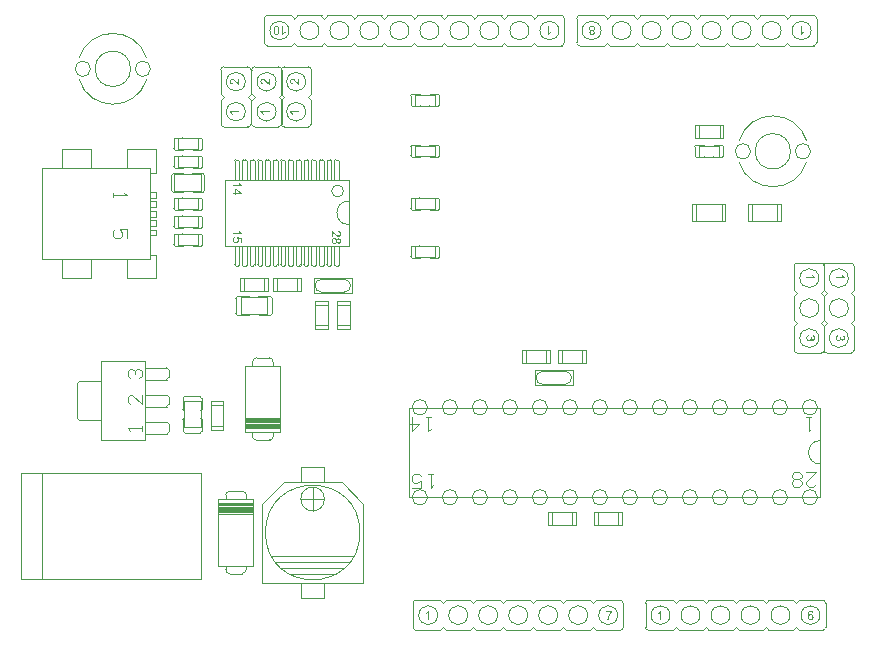
<source format=gm1>
%FSTAX43Y43*%
%MOMM*%
G71*
G01*
G75*
G04 Layer_Color=65280*
G04:AMPARAMS|DCode=10|XSize=0.9mm|YSize=0.8mm|CornerRadius=0.2mm|HoleSize=0mm|Usage=FLASHONLY|Rotation=90.000|XOffset=0mm|YOffset=0mm|HoleType=Round|Shape=RoundedRectangle|*
%AMROUNDEDRECTD10*
21,1,0.900,0.400,0,0,90.0*
21,1,0.500,0.800,0,0,90.0*
1,1,0.400,0.200,0.250*
1,1,0.400,0.200,-0.250*
1,1,0.400,-0.200,-0.250*
1,1,0.400,-0.200,0.250*
%
%ADD10ROUNDEDRECTD10*%
G04:AMPARAMS|DCode=11|XSize=4.3mm|YSize=1.9mm|CornerRadius=0.475mm|HoleSize=0mm|Usage=FLASHONLY|Rotation=270.000|XOffset=0mm|YOffset=0mm|HoleType=Round|Shape=RoundedRectangle|*
%AMROUNDEDRECTD11*
21,1,4.300,0.950,0,0,270.0*
21,1,3.350,1.900,0,0,270.0*
1,1,0.950,-0.475,-1.675*
1,1,0.950,-0.475,1.675*
1,1,0.950,0.475,1.675*
1,1,0.950,0.475,-1.675*
%
%ADD11ROUNDEDRECTD11*%
G04:AMPARAMS|DCode=12|XSize=1.5mm|YSize=1.25mm|CornerRadius=0.313mm|HoleSize=0mm|Usage=FLASHONLY|Rotation=0.000|XOffset=0mm|YOffset=0mm|HoleType=Round|Shape=RoundedRectangle|*
%AMROUNDEDRECTD12*
21,1,1.500,0.625,0,0,0.0*
21,1,0.875,1.250,0,0,0.0*
1,1,0.625,0.438,-0.313*
1,1,0.625,-0.438,-0.313*
1,1,0.625,-0.438,0.313*
1,1,0.625,0.438,0.313*
%
%ADD12ROUNDEDRECTD12*%
G04:AMPARAMS|DCode=13|XSize=0.9mm|YSize=0.8mm|CornerRadius=0.2mm|HoleSize=0mm|Usage=FLASHONLY|Rotation=180.000|XOffset=0mm|YOffset=0mm|HoleType=Round|Shape=RoundedRectangle|*
%AMROUNDEDRECTD13*
21,1,0.900,0.400,0,0,180.0*
21,1,0.500,0.800,0,0,180.0*
1,1,0.400,-0.250,0.200*
1,1,0.400,0.250,0.200*
1,1,0.400,0.250,-0.200*
1,1,0.400,-0.250,-0.200*
%
%ADD13ROUNDEDRECTD13*%
G04:AMPARAMS|DCode=14|XSize=1.5mm|YSize=1.25mm|CornerRadius=0.313mm|HoleSize=0mm|Usage=FLASHONLY|Rotation=90.000|XOffset=0mm|YOffset=0mm|HoleType=Round|Shape=RoundedRectangle|*
%AMROUNDEDRECTD14*
21,1,1.500,0.625,0,0,90.0*
21,1,0.875,1.250,0,0,90.0*
1,1,0.625,0.313,0.438*
1,1,0.625,0.313,-0.438*
1,1,0.625,-0.313,-0.438*
1,1,0.625,-0.313,0.438*
%
%ADD14ROUNDEDRECTD14*%
G04:AMPARAMS|DCode=15|XSize=2.65mm|YSize=1.75mm|CornerRadius=0.438mm|HoleSize=0mm|Usage=FLASHONLY|Rotation=90.000|XOffset=0mm|YOffset=0mm|HoleType=Round|Shape=RoundedRectangle|*
%AMROUNDEDRECTD15*
21,1,2.650,0.875,0,0,90.0*
21,1,1.775,1.750,0,0,90.0*
1,1,0.875,0.438,0.887*
1,1,0.875,0.438,-0.887*
1,1,0.875,-0.438,-0.887*
1,1,0.875,-0.438,0.887*
%
%ADD15ROUNDEDRECTD15*%
G04:AMPARAMS|DCode=16|XSize=3.28mm|YSize=1.5mm|CornerRadius=0.375mm|HoleSize=0mm|Usage=FLASHONLY|Rotation=270.000|XOffset=0mm|YOffset=0mm|HoleType=Round|Shape=RoundedRectangle|*
%AMROUNDEDRECTD16*
21,1,3.280,0.750,0,0,270.0*
21,1,2.530,1.500,0,0,270.0*
1,1,0.750,-0.375,-1.265*
1,1,0.750,-0.375,1.265*
1,1,0.750,0.375,1.265*
1,1,0.750,0.375,-1.265*
%
%ADD16ROUNDEDRECTD16*%
G04:AMPARAMS|DCode=17|XSize=1mm|YSize=1.5mm|CornerRadius=0.25mm|HoleSize=0mm|Usage=FLASHONLY|Rotation=270.000|XOffset=0mm|YOffset=0mm|HoleType=Round|Shape=RoundedRectangle|*
%AMROUNDEDRECTD17*
21,1,1.000,1.000,0,0,270.0*
21,1,0.500,1.500,0,0,270.0*
1,1,0.500,-0.500,-0.250*
1,1,0.500,-0.500,0.250*
1,1,0.500,0.500,0.250*
1,1,0.500,0.500,-0.250*
%
%ADD17ROUNDEDRECTD17*%
G04:AMPARAMS|DCode=18|XSize=1.3mm|YSize=1mm|CornerRadius=0.25mm|HoleSize=0mm|Usage=FLASHONLY|Rotation=270.000|XOffset=0mm|YOffset=0mm|HoleType=Round|Shape=RoundedRectangle|*
%AMROUNDEDRECTD18*
21,1,1.300,0.500,0,0,270.0*
21,1,0.800,1.000,0,0,270.0*
1,1,0.500,-0.250,-0.400*
1,1,0.500,-0.250,0.400*
1,1,0.500,0.250,0.400*
1,1,0.500,0.250,-0.400*
%
%ADD18ROUNDEDRECTD18*%
G04:AMPARAMS|DCode=19|XSize=1.5mm|YSize=1.3mm|CornerRadius=0.325mm|HoleSize=0mm|Usage=FLASHONLY|Rotation=90.000|XOffset=0mm|YOffset=0mm|HoleType=Round|Shape=RoundedRectangle|*
%AMROUNDEDRECTD19*
21,1,1.500,0.650,0,0,90.0*
21,1,0.850,1.300,0,0,90.0*
1,1,0.650,0.325,0.425*
1,1,0.650,0.325,-0.425*
1,1,0.650,-0.325,-0.425*
1,1,0.650,-0.325,0.425*
%
%ADD19ROUNDEDRECTD19*%
G04:AMPARAMS|DCode=20|XSize=0.8mm|YSize=1mm|CornerRadius=0.2mm|HoleSize=0mm|Usage=FLASHONLY|Rotation=180.000|XOffset=0mm|YOffset=0mm|HoleType=Round|Shape=RoundedRectangle|*
%AMROUNDEDRECTD20*
21,1,0.800,0.600,0,0,180.0*
21,1,0.400,1.000,0,0,180.0*
1,1,0.400,-0.200,0.300*
1,1,0.400,0.200,0.300*
1,1,0.400,0.200,-0.300*
1,1,0.400,-0.200,-0.300*
%
%ADD20ROUNDEDRECTD20*%
%ADD21O,0.400X2.100*%
G04:AMPARAMS|DCode=22|XSize=1.6mm|YSize=0.4mm|CornerRadius=0.1mm|HoleSize=0mm|Usage=FLASHONLY|Rotation=270.000|XOffset=0mm|YOffset=0mm|HoleType=Round|Shape=RoundedRectangle|*
%AMROUNDEDRECTD22*
21,1,1.600,0.200,0,0,270.0*
21,1,1.400,0.400,0,0,270.0*
1,1,0.200,-0.100,-0.700*
1,1,0.200,-0.100,0.700*
1,1,0.200,0.100,0.700*
1,1,0.200,0.100,-0.700*
%
%ADD22ROUNDEDRECTD22*%
G04:AMPARAMS|DCode=23|XSize=2.5mm|YSize=2mm|CornerRadius=0.5mm|HoleSize=0mm|Usage=FLASHONLY|Rotation=180.000|XOffset=0mm|YOffset=0mm|HoleType=Round|Shape=RoundedRectangle|*
%AMROUNDEDRECTD23*
21,1,2.500,1.000,0,0,180.0*
21,1,1.500,2.000,0,0,180.0*
1,1,1.000,-0.750,0.500*
1,1,1.000,0.750,0.500*
1,1,1.000,0.750,-0.500*
1,1,1.000,-0.750,-0.500*
%
%ADD23ROUNDEDRECTD23*%
%ADD24O,2.250X0.500*%
G04:AMPARAMS|DCode=25|XSize=1.5mm|YSize=1mm|CornerRadius=0.25mm|HoleSize=0mm|Usage=FLASHONLY|Rotation=90.000|XOffset=0mm|YOffset=0mm|HoleType=Round|Shape=RoundedRectangle|*
%AMROUNDEDRECTD25*
21,1,1.500,0.500,0,0,90.0*
21,1,1.000,1.000,0,0,90.0*
1,1,0.500,0.250,0.500*
1,1,0.500,0.250,-0.500*
1,1,0.500,-0.250,-0.500*
1,1,0.500,-0.250,0.500*
%
%ADD25ROUNDEDRECTD25*%
%ADD26C,0.300*%
%ADD27C,0.400*%
%ADD28C,0.500*%
%ADD29C,1.000*%
%ADD30C,1.500*%
%ADD31C,0.800*%
%ADD32C,0.700*%
%ADD33C,1.000*%
%ADD34C,1.300*%
%ADD35C,1.600*%
G04:AMPARAMS|DCode=36|XSize=2.54mm|YSize=4.064mm|CornerRadius=0.635mm|HoleSize=0mm|Usage=FLASHONLY|Rotation=0.000|XOffset=0mm|YOffset=0mm|HoleType=Round|Shape=RoundedRectangle|*
%AMROUNDEDRECTD36*
21,1,2.540,2.794,0,0,0.0*
21,1,1.270,4.064,0,0,0.0*
1,1,1.270,0.635,-1.397*
1,1,1.270,-0.635,-1.397*
1,1,1.270,-0.635,1.397*
1,1,1.270,0.635,1.397*
%
%ADD36ROUNDEDRECTD36*%
G04:AMPARAMS|DCode=37|XSize=4.064mm|YSize=2.54mm|CornerRadius=0.635mm|HoleSize=0mm|Usage=FLASHONLY|Rotation=0.000|XOffset=0mm|YOffset=0mm|HoleType=Round|Shape=RoundedRectangle|*
%AMROUNDEDRECTD37*
21,1,4.064,1.270,0,0,0.0*
21,1,2.794,2.540,0,0,0.0*
1,1,1.270,1.397,-0.635*
1,1,1.270,-1.397,-0.635*
1,1,1.270,-1.397,0.635*
1,1,1.270,1.397,0.635*
%
%ADD37ROUNDEDRECTD37*%
%ADD38C,0.700*%
%ADD39C,0.800*%
%ADD40C,3.200*%
%ADD41C,0.200*%
%ADD42C,0.250*%
%ADD43C,0.013*%
%ADD44C,0.006*%
G04:AMPARAMS|DCode=45|XSize=1.103mm|YSize=1.003mm|CornerRadius=0.302mm|HoleSize=0mm|Usage=FLASHONLY|Rotation=90.000|XOffset=0mm|YOffset=0mm|HoleType=Round|Shape=RoundedRectangle|*
%AMROUNDEDRECTD45*
21,1,1.103,0.400,0,0,90.0*
21,1,0.500,1.003,0,0,90.0*
1,1,0.603,0.200,0.250*
1,1,0.603,0.200,-0.250*
1,1,0.603,-0.200,-0.250*
1,1,0.603,-0.200,0.250*
%
%ADD45ROUNDEDRECTD45*%
G04:AMPARAMS|DCode=46|XSize=4.5mm|YSize=2.1mm|CornerRadius=0.575mm|HoleSize=0mm|Usage=FLASHONLY|Rotation=270.000|XOffset=0mm|YOffset=0mm|HoleType=Round|Shape=RoundedRectangle|*
%AMROUNDEDRECTD46*
21,1,4.500,0.950,0,0,270.0*
21,1,3.350,2.100,0,0,270.0*
1,1,1.150,-0.475,-1.675*
1,1,1.150,-0.475,1.675*
1,1,1.150,0.475,1.675*
1,1,1.150,0.475,-1.675*
%
%ADD46ROUNDEDRECTD46*%
G04:AMPARAMS|DCode=47|XSize=1.703mm|YSize=1.453mm|CornerRadius=0.414mm|HoleSize=0mm|Usage=FLASHONLY|Rotation=0.000|XOffset=0mm|YOffset=0mm|HoleType=Round|Shape=RoundedRectangle|*
%AMROUNDEDRECTD47*
21,1,1.703,0.625,0,0,0.0*
21,1,0.875,1.453,0,0,0.0*
1,1,0.828,0.438,-0.313*
1,1,0.828,-0.438,-0.313*
1,1,0.828,-0.438,0.313*
1,1,0.828,0.438,0.313*
%
%ADD47ROUNDEDRECTD47*%
G04:AMPARAMS|DCode=48|XSize=1.103mm|YSize=1.003mm|CornerRadius=0.302mm|HoleSize=0mm|Usage=FLASHONLY|Rotation=180.000|XOffset=0mm|YOffset=0mm|HoleType=Round|Shape=RoundedRectangle|*
%AMROUNDEDRECTD48*
21,1,1.103,0.400,0,0,180.0*
21,1,0.500,1.003,0,0,180.0*
1,1,0.603,-0.250,0.200*
1,1,0.603,0.250,0.200*
1,1,0.603,0.250,-0.200*
1,1,0.603,-0.250,-0.200*
%
%ADD48ROUNDEDRECTD48*%
G04:AMPARAMS|DCode=49|XSize=1.703mm|YSize=1.453mm|CornerRadius=0.414mm|HoleSize=0mm|Usage=FLASHONLY|Rotation=90.000|XOffset=0mm|YOffset=0mm|HoleType=Round|Shape=RoundedRectangle|*
%AMROUNDEDRECTD49*
21,1,1.703,0.625,0,0,90.0*
21,1,0.875,1.453,0,0,90.0*
1,1,0.828,0.313,0.438*
1,1,0.828,0.313,-0.438*
1,1,0.828,-0.313,-0.438*
1,1,0.828,-0.313,0.438*
%
%ADD49ROUNDEDRECTD49*%
G04:AMPARAMS|DCode=50|XSize=2.853mm|YSize=1.953mm|CornerRadius=0.539mm|HoleSize=0mm|Usage=FLASHONLY|Rotation=90.000|XOffset=0mm|YOffset=0mm|HoleType=Round|Shape=RoundedRectangle|*
%AMROUNDEDRECTD50*
21,1,2.853,0.875,0,0,90.0*
21,1,1.775,1.953,0,0,90.0*
1,1,1.078,0.438,0.887*
1,1,1.078,0.438,-0.887*
1,1,1.078,-0.438,-0.887*
1,1,1.078,-0.438,0.887*
%
%ADD50ROUNDEDRECTD50*%
G04:AMPARAMS|DCode=51|XSize=3.483mm|YSize=1.703mm|CornerRadius=0.477mm|HoleSize=0mm|Usage=FLASHONLY|Rotation=270.000|XOffset=0mm|YOffset=0mm|HoleType=Round|Shape=RoundedRectangle|*
%AMROUNDEDRECTD51*
21,1,3.483,0.750,0,0,270.0*
21,1,2.530,1.703,0,0,270.0*
1,1,0.953,-0.375,-1.265*
1,1,0.953,-0.375,1.265*
1,1,0.953,0.375,1.265*
1,1,0.953,0.375,-1.265*
%
%ADD51ROUNDEDRECTD51*%
G04:AMPARAMS|DCode=52|XSize=1.203mm|YSize=1.703mm|CornerRadius=0.352mm|HoleSize=0mm|Usage=FLASHONLY|Rotation=270.000|XOffset=0mm|YOffset=0mm|HoleType=Round|Shape=RoundedRectangle|*
%AMROUNDEDRECTD52*
21,1,1.203,1.000,0,0,270.0*
21,1,0.500,1.703,0,0,270.0*
1,1,0.703,-0.500,-0.250*
1,1,0.703,-0.500,0.250*
1,1,0.703,0.500,0.250*
1,1,0.703,0.500,-0.250*
%
%ADD52ROUNDEDRECTD52*%
G04:AMPARAMS|DCode=53|XSize=1.503mm|YSize=1.203mm|CornerRadius=0.352mm|HoleSize=0mm|Usage=FLASHONLY|Rotation=270.000|XOffset=0mm|YOffset=0mm|HoleType=Round|Shape=RoundedRectangle|*
%AMROUNDEDRECTD53*
21,1,1.503,0.500,0,0,270.0*
21,1,0.800,1.203,0,0,270.0*
1,1,0.703,-0.250,-0.400*
1,1,0.703,-0.250,0.400*
1,1,0.703,0.250,0.400*
1,1,0.703,0.250,-0.400*
%
%ADD53ROUNDEDRECTD53*%
G04:AMPARAMS|DCode=54|XSize=1.703mm|YSize=1.503mm|CornerRadius=0.427mm|HoleSize=0mm|Usage=FLASHONLY|Rotation=90.000|XOffset=0mm|YOffset=0mm|HoleType=Round|Shape=RoundedRectangle|*
%AMROUNDEDRECTD54*
21,1,1.703,0.650,0,0,90.0*
21,1,0.850,1.503,0,0,90.0*
1,1,0.853,0.325,0.425*
1,1,0.853,0.325,-0.425*
1,1,0.853,-0.325,-0.425*
1,1,0.853,-0.325,0.425*
%
%ADD54ROUNDEDRECTD54*%
G04:AMPARAMS|DCode=55|XSize=1mm|YSize=1.2mm|CornerRadius=0.3mm|HoleSize=0mm|Usage=FLASHONLY|Rotation=180.000|XOffset=0mm|YOffset=0mm|HoleType=Round|Shape=RoundedRectangle|*
%AMROUNDEDRECTD55*
21,1,1.000,0.600,0,0,180.0*
21,1,0.400,1.200,0,0,180.0*
1,1,0.600,-0.200,0.300*
1,1,0.600,0.200,0.300*
1,1,0.600,0.200,-0.300*
1,1,0.600,-0.200,-0.300*
%
%ADD55ROUNDEDRECTD55*%
%ADD56O,0.603X2.303*%
G04:AMPARAMS|DCode=57|XSize=1.803mm|YSize=0.603mm|CornerRadius=0.202mm|HoleSize=0mm|Usage=FLASHONLY|Rotation=270.000|XOffset=0mm|YOffset=0mm|HoleType=Round|Shape=RoundedRectangle|*
%AMROUNDEDRECTD57*
21,1,1.803,0.200,0,0,270.0*
21,1,1.400,0.603,0,0,270.0*
1,1,0.403,-0.100,-0.700*
1,1,0.403,-0.100,0.700*
1,1,0.403,0.100,0.700*
1,1,0.403,0.100,-0.700*
%
%ADD57ROUNDEDRECTD57*%
G04:AMPARAMS|DCode=58|XSize=2.703mm|YSize=2.203mm|CornerRadius=0.602mm|HoleSize=0mm|Usage=FLASHONLY|Rotation=180.000|XOffset=0mm|YOffset=0mm|HoleType=Round|Shape=RoundedRectangle|*
%AMROUNDEDRECTD58*
21,1,2.703,1.000,0,0,180.0*
21,1,1.500,2.203,0,0,180.0*
1,1,1.203,-0.750,0.500*
1,1,1.203,0.750,0.500*
1,1,1.203,0.750,-0.500*
1,1,1.203,-0.750,-0.500*
%
%ADD58ROUNDEDRECTD58*%
%ADD59O,2.453X0.703*%
G04:AMPARAMS|DCode=60|XSize=1.703mm|YSize=1.203mm|CornerRadius=0.352mm|HoleSize=0mm|Usage=FLASHONLY|Rotation=90.000|XOffset=0mm|YOffset=0mm|HoleType=Round|Shape=RoundedRectangle|*
%AMROUNDEDRECTD60*
21,1,1.703,0.500,0,0,90.0*
21,1,1.000,1.203,0,0,90.0*
1,1,0.703,0.250,0.500*
1,1,0.703,0.250,-0.500*
1,1,0.703,-0.250,-0.500*
1,1,0.703,-0.250,0.500*
%
%ADD60ROUNDEDRECTD60*%
%ADD61C,1.203*%
%ADD62C,1.503*%
%ADD63C,1.800*%
G04:AMPARAMS|DCode=64|XSize=2.743mm|YSize=4.267mm|CornerRadius=0.737mm|HoleSize=0mm|Usage=FLASHONLY|Rotation=0.000|XOffset=0mm|YOffset=0mm|HoleType=Round|Shape=RoundedRectangle|*
%AMROUNDEDRECTD64*
21,1,2.743,2.794,0,0,0.0*
21,1,1.270,4.267,0,0,0.0*
1,1,1.473,0.635,-1.397*
1,1,1.473,-0.635,-1.397*
1,1,1.473,-0.635,1.397*
1,1,1.473,0.635,1.397*
%
%ADD64ROUNDEDRECTD64*%
G04:AMPARAMS|DCode=65|XSize=4.267mm|YSize=2.743mm|CornerRadius=0.737mm|HoleSize=0mm|Usage=FLASHONLY|Rotation=0.000|XOffset=0mm|YOffset=0mm|HoleType=Round|Shape=RoundedRectangle|*
%AMROUNDEDRECTD65*
21,1,4.267,1.270,0,0,0.0*
21,1,2.794,2.743,0,0,0.0*
1,1,1.473,1.397,-0.635*
1,1,1.473,-1.397,-0.635*
1,1,1.473,-1.397,0.635*
1,1,1.473,1.397,0.635*
%
%ADD65ROUNDEDRECTD65*%
%ADD66C,1.200*%
%ADD67C,0.903*%
%ADD68C,1.003*%
%ADD69C,3.403*%
%ADD70C,0.050*%
G36*
X0069983Y00397D02*
X0069889D01*
Y0040302D01*
X0069887Y0040301D01*
X0069883Y0040296D01*
X0069874Y004029D01*
X0069864Y0040282D01*
X0069851Y0040271D01*
X0069836Y0040261D01*
X0069818Y0040248D01*
X0069798Y0040236D01*
X0069797D01*
X0069796Y0040235D01*
X0069789Y004023D01*
X0069778Y0040225D01*
X0069766Y0040218D01*
X006975Y0040209D01*
X0069734Y0040202D01*
X0069716Y0040194D01*
X00697Y0040187D01*
Y004028D01*
X0069701D01*
X0069704Y0040281D01*
X0069708Y0040283D01*
X0069713Y0040287D01*
X006972Y004029D01*
X0069728Y0040294D01*
X0069747Y0040304D01*
X0069768Y0040317D01*
X0069791Y0040332D01*
X0069815Y004035D01*
X0069837Y0040369D01*
X0069838Y004037D01*
X0069839Y0040371D01*
X0069846Y0040378D01*
X0069857Y0040389D01*
X006987Y0040401D01*
X0069884Y0040418D01*
X0069898Y0040435D01*
X0069911Y0040454D01*
X0069921Y0040473D01*
X0069983D01*
Y00397D01*
D02*
G37*
G36*
X0085448Y0040386D02*
X0085446Y0040385D01*
X0085444Y0040383D01*
X0085441Y0040378D01*
X0085435Y0040372D01*
X0085429Y0040364D01*
X0085421Y0040355D01*
X0085411Y0040343D01*
X0085402Y0040331D01*
X0085391Y0040317D01*
X008538Y0040301D01*
X0085367Y0040284D01*
X0085355Y0040266D01*
X0085342Y0040246D01*
X0085328Y0040225D01*
X0085315Y0040201D01*
X0085301Y0040178D01*
X00853Y0040177D01*
X0085298Y0040172D01*
X0085294Y0040165D01*
X008529Y0040155D01*
X0085284Y0040144D01*
X0085277Y004013D01*
X0085269Y0040113D01*
X008526Y0040096D01*
X0085252Y0040077D01*
X0085243Y0040056D01*
X0085233Y0040034D01*
X0085224Y004001D01*
X0085206Y0039962D01*
X008519Y0039911D01*
Y003991D01*
X0085189Y0039906D01*
X0085188Y0039901D01*
X0085185Y0039894D01*
X0085183Y0039885D01*
X0085181Y0039874D01*
X0085178Y0039862D01*
X0085175Y0039849D01*
X0085172Y0039833D01*
X0085169Y0039817D01*
X0085163Y0039782D01*
X0085158Y0039742D01*
X0085155Y00397D01*
X0085058D01*
Y0039701D01*
Y0039705D01*
Y0039709D01*
X0085059Y0039716D01*
Y0039725D01*
X008506Y0039735D01*
X0085061Y0039748D01*
X0085062Y0039761D01*
X0085065Y0039776D01*
X0085067Y0039794D01*
X0085069Y0039811D01*
X0085073Y003983D01*
X0085076Y0039851D01*
X0085081Y0039872D01*
X0085093Y0039919D01*
Y003992D01*
X0085094Y0039925D01*
X0085096Y0039932D01*
X0085099Y0039941D01*
X0085102Y0039953D01*
X0085107Y0039966D01*
X0085112Y0039981D01*
X0085117Y0039999D01*
X0085124Y0040016D01*
X0085132Y0040036D01*
X0085148Y0040078D01*
X0085168Y0040123D01*
X008519Y0040167D01*
X0085191Y0040168D01*
X0085194Y0040173D01*
X0085197Y0040179D01*
X0085202Y0040187D01*
X0085208Y0040198D01*
X0085215Y0040209D01*
X0085223Y0040222D01*
X0085231Y0040237D01*
X0085252Y0040269D01*
X0085276Y0040303D01*
X00853Y0040337D01*
X0085327Y004037D01*
X008495D01*
Y004046D01*
X0085448D01*
Y0040386D01*
D02*
G37*
G36*
X0089583Y00397D02*
X0089489D01*
Y0040302D01*
X0089487Y0040301D01*
X0089483Y0040296D01*
X0089474Y004029D01*
X0089464Y0040282D01*
X0089451Y0040271D01*
X0089436Y0040261D01*
X0089418Y0040248D01*
X0089398Y0040236D01*
X0089397D01*
X0089396Y0040235D01*
X0089389Y004023D01*
X0089378Y0040225D01*
X0089366Y0040218D01*
X008935Y0040209D01*
X0089334Y0040202D01*
X0089316Y0040194D01*
X00893Y0040187D01*
Y004028D01*
X0089301D01*
X0089304Y0040281D01*
X0089308Y0040283D01*
X0089313Y0040287D01*
X008932Y004029D01*
X0089328Y0040294D01*
X0089347Y0040304D01*
X0089368Y0040317D01*
X0089391Y0040332D01*
X0089415Y004035D01*
X0089437Y0040369D01*
X0089438Y004037D01*
X0089439Y0040371D01*
X0089446Y0040378D01*
X0089457Y0040389D01*
X008947Y0040401D01*
X0089484Y0040418D01*
X0089498Y0040435D01*
X0089511Y0040454D01*
X0089521Y0040473D01*
X0089583D01*
Y00397D01*
D02*
G37*
G36*
X0057621Y0089398D02*
X0057623Y0089399D01*
X0057627Y0089404D01*
X0057636Y008941D01*
X0057646Y0089418D01*
X0057659Y0089429D01*
X0057674Y0089439D01*
X0057692Y0089452D01*
X0057712Y0089464D01*
X0057713D01*
X0057714Y0089465D01*
X0057721Y008947D01*
X0057732Y0089475D01*
X0057744Y0089482D01*
X005776Y0089491D01*
X0057776Y0089498D01*
X0057794Y0089506D01*
X005781Y0089513D01*
Y008942D01*
X0057809D01*
X0057806Y0089419D01*
X0057802Y0089417D01*
X0057797Y0089413D01*
X005779Y008941D01*
X0057782Y0089406D01*
X0057763Y0089396D01*
X0057742Y0089383D01*
X0057719Y0089368D01*
X0057695Y008935D01*
X0057673Y0089331D01*
X0057672Y008933D01*
X0057671Y0089329D01*
X0057664Y0089322D01*
X0057653Y0089311D01*
X005764Y0089299D01*
X0057626Y0089282D01*
X0057612Y0089265D01*
X0057599Y0089246D01*
X0057589Y0089227D01*
X0057527D01*
Y009D01*
X0057621D01*
Y0089398D01*
D02*
G37*
G36*
X0057054Y0090012D02*
X0057063Y0090011D01*
X0057073Y0090008D01*
X0057085Y0090006D01*
X0057098Y0090004D01*
X0057126Y0089994D01*
X0057141Y0089987D01*
X0057155Y008998D01*
X0057171Y0089971D01*
X0057185Y008996D01*
X0057198Y0089948D01*
X005721Y0089934D01*
X0057212Y0089933D01*
X0057214Y008993D01*
X0057218Y0089924D01*
X0057222Y0089916D01*
X0057228Y0089905D01*
X0057234Y0089892D01*
X0057241Y0089877D01*
X0057248Y0089858D01*
X0057255Y0089838D01*
X0057262Y0089815D01*
X0057268Y0089789D01*
X0057274Y0089761D01*
X0057278Y008973D01*
X0057282Y0089697D01*
X0057284Y0089659D01*
X0057285Y0089621D01*
Y0089619D01*
Y0089615D01*
Y0089608D01*
Y0089598D01*
X0057284Y0089587D01*
Y0089574D01*
X0057283Y0089559D01*
X0057282Y0089542D01*
X0057278Y0089507D01*
X0057274Y0089471D01*
X0057268Y0089434D01*
X0057263Y0089418D01*
X0057258Y0089402D01*
Y00894D01*
X0057257Y0089398D01*
X0057255Y0089393D01*
X0057253Y0089388D01*
X005725Y0089381D01*
X0057247Y0089372D01*
X0057237Y0089354D01*
X0057226Y0089333D01*
X0057212Y0089311D01*
X0057195Y0089292D01*
X0057175Y0089273D01*
X0057174D01*
X0057173Y0089271D01*
X0057169Y0089268D01*
X0057165Y0089266D01*
X0057153Y0089259D01*
X0057137Y0089249D01*
X0057117Y0089241D01*
X0057092Y0089234D01*
X0057065Y008923D01*
X0057035Y0089227D01*
X0057024D01*
X0057013Y0089228D01*
X0056999Y0089231D01*
X0056982Y0089233D01*
X0056963Y0089238D01*
X0056945Y0089245D01*
X0056927Y0089253D01*
X0056925Y0089254D01*
X0056919Y0089258D01*
X0056911Y0089263D01*
X0056899Y0089271D01*
X0056887Y0089281D01*
X0056874Y0089294D01*
X0056862Y0089308D01*
X005685Y0089324D01*
X0056849Y0089327D01*
X0056845Y0089333D01*
X0056839Y0089343D01*
X0056832Y0089356D01*
X0056825Y0089372D01*
X0056817Y0089392D01*
X0056809Y0089415D01*
X0056802Y0089439D01*
Y008944D01*
X0056801Y0089443D01*
Y0089446D01*
X0056799Y0089452D01*
X0056797Y0089458D01*
X0056796Y0089466D01*
X0056795Y0089477D01*
X0056792Y0089487D01*
X0056791Y00895D01*
X005679Y0089513D01*
X0056788Y0089528D01*
X0056787Y0089545D01*
X0056785Y0089562D01*
Y008958D01*
X0056784Y0089621D01*
Y0089622D01*
Y0089626D01*
Y0089633D01*
Y0089643D01*
X0056785Y0089655D01*
Y0089667D01*
X0056787Y0089683D01*
X0056788Y0089699D01*
X0056791Y0089734D01*
X0056796Y0089771D01*
X0056803Y0089807D01*
X0056808Y0089823D01*
X0056812Y008984D01*
Y0089841D01*
X0056814Y0089843D01*
X0056815Y0089848D01*
X0056817Y0089854D01*
X0056821Y0089861D01*
X0056824Y0089868D01*
X0056833Y0089886D01*
X0056845Y0089908D01*
X0056859Y0089929D01*
X0056876Y008995D01*
X0056896Y0089968D01*
X0056897D01*
X0056898Y0089971D01*
X0056901Y0089972D01*
X0056905Y0089975D01*
X0056918Y0089982D01*
X0056933Y0089991D01*
X0056954Y0089999D01*
X0056977Y0090006D01*
X0057004Y0090011D01*
X0057035Y0090013D01*
X0057045D01*
X0057054Y0090012D01*
D02*
G37*
G36*
X0080121Y0089398D02*
X0080123Y0089399D01*
X0080127Y0089404D01*
X0080136Y008941D01*
X0080146Y0089418D01*
X0080159Y0089429D01*
X0080174Y0089439D01*
X0080192Y0089452D01*
X0080212Y0089464D01*
X0080213D01*
X0080214Y0089465D01*
X0080221Y008947D01*
X0080232Y0089475D01*
X0080244Y0089482D01*
X008026Y0089491D01*
X0080276Y0089498D01*
X0080294Y0089506D01*
X008031Y0089513D01*
Y008942D01*
X0080309D01*
X0080306Y0089419D01*
X0080302Y0089417D01*
X0080297Y0089413D01*
X008029Y008941D01*
X0080282Y0089406D01*
X0080263Y0089396D01*
X0080242Y0089383D01*
X0080219Y0089368D01*
X0080195Y008935D01*
X0080173Y0089331D01*
X0080172Y008933D01*
X0080171Y0089329D01*
X0080164Y0089322D01*
X0080153Y0089311D01*
X008014Y0089299D01*
X0080126Y0089282D01*
X0080112Y0089265D01*
X0080099Y0089246D01*
X0080089Y0089227D01*
X0080027D01*
Y009D01*
X0080121D01*
Y0089398D01*
D02*
G37*
G36*
X0102292Y0040472D02*
X0102299D01*
X0102308Y004047D01*
X0102329Y0040467D01*
X0102352Y004046D01*
X0102377Y0040451D01*
X0102402Y0040439D01*
X0102413Y0040431D01*
X0102425Y0040421D01*
X0102426D01*
X0102427Y0040419D01*
X0102434Y0040412D01*
X0102444Y00404D01*
X0102455Y0040385D01*
X0102468Y0040365D01*
X0102479Y0040342D01*
X0102489Y0040314D01*
X0102495Y0040282D01*
X0102402Y0040275D01*
Y0040276D01*
Y0040277D01*
X0102399Y0040284D01*
X0102396Y0040294D01*
X0102392Y0040305D01*
X0102381Y0040332D01*
X0102374Y0040344D01*
X0102365Y0040355D01*
X0102364Y0040357D01*
X0102358Y0040362D01*
X010235Y0040367D01*
X010234Y0040376D01*
X0102326Y0040383D01*
X0102309Y004039D01*
X010229Y0040394D01*
X010227Y0040396D01*
X0102262D01*
X0102254Y0040394D01*
X0102244Y0040392D01*
X0102231Y004039D01*
X0102217Y0040385D01*
X0102204Y0040378D01*
X010219Y004037D01*
X0102187Y0040369D01*
X0102183Y0040364D01*
X0102174Y0040356D01*
X0102165Y0040345D01*
X0102153Y0040332D01*
X0102142Y0040316D01*
X010213Y0040296D01*
X0102119Y0040274D01*
Y0040273D01*
X0102118Y0040271D01*
X0102117Y0040267D01*
X0102116Y0040262D01*
X0102114Y0040256D01*
X0102111Y0040248D01*
X0102109Y0040239D01*
X0102107Y0040228D01*
X0102104Y0040216D01*
X0102102Y0040203D01*
X01021Y0040188D01*
X0102097Y0040173D01*
X0102096Y0040155D01*
X0102095Y0040137D01*
X0102094Y0040117D01*
Y0040097D01*
X0102095Y0040098D01*
X01021Y0040104D01*
X0102107Y0040113D01*
X0102117Y0040125D01*
X0102129Y0040138D01*
X0102143Y0040151D01*
X0102159Y0040163D01*
X0102177Y0040173D01*
X0102179Y0040174D01*
X0102185Y0040177D01*
X0102196Y0040181D01*
X0102208Y0040186D01*
X0102224Y0040191D01*
X0102241Y0040195D01*
X010226Y0040198D01*
X010228Y0040199D01*
X0102289D01*
X0102296Y0040198D01*
X0102304Y0040196D01*
X0102314Y0040195D01*
X0102336Y0040191D01*
X0102361Y0040181D01*
X0102375Y0040177D01*
X0102388Y004017D01*
X0102402Y0040161D01*
X0102416Y0040152D01*
X0102429Y0040141D01*
X0102441Y0040129D01*
X0102443Y0040127D01*
X0102444Y0040125D01*
X0102447Y0040122D01*
X0102452Y0040116D01*
X0102457Y0040109D01*
X0102463Y00401D01*
X0102468Y0040091D01*
X0102475Y0040081D01*
X0102481Y0040068D01*
X0102487Y0040055D01*
X0102493Y004004D01*
X0102498Y0040024D01*
X0102502Y0040007D01*
X0102506Y0039989D01*
X0102507Y0039969D01*
X0102508Y0039949D01*
Y0039948D01*
Y0039946D01*
Y0039942D01*
Y0039938D01*
X0102507Y0039931D01*
Y0039924D01*
X0102505Y0039905D01*
X01025Y0039885D01*
X0102495Y0039862D01*
X0102487Y0039838D01*
X0102477Y0039815D01*
Y0039814D01*
X0102475Y0039812D01*
X0102473Y0039809D01*
X0102471Y0039804D01*
X0102464Y0039794D01*
X0102454Y003978D01*
X0102441Y0039764D01*
X0102426Y0039749D01*
X010241Y0039734D01*
X010239Y003972D01*
X0102388Y0039719D01*
X0102381Y0039715D01*
X0102369Y0039709D01*
X0102355Y0039704D01*
X0102336Y0039698D01*
X0102315Y0039692D01*
X0102292Y0039688D01*
X0102267Y0039687D01*
X0102262D01*
X0102255Y0039688D01*
X0102247D01*
X0102238Y0039689D01*
X0102226Y0039692D01*
X0102213Y0039694D01*
X0102199Y0039698D01*
X0102184Y0039702D01*
X0102167Y0039708D01*
X0102152Y0039715D01*
X0102136Y0039723D01*
X0102119Y0039734D01*
X0102103Y0039746D01*
X0102088Y0039759D01*
X0102074Y0039774D01*
X0102073Y0039775D01*
X010207Y0039778D01*
X0102067Y0039783D01*
X0102062Y003979D01*
X0102056Y00398D01*
X010205Y0039811D01*
X0102043Y0039825D01*
X0102037Y0039842D01*
X010203Y003986D01*
X0102023Y0039882D01*
X0102018Y0039905D01*
X0102012Y0039931D01*
X0102007Y0039959D01*
X0102004Y003999D01*
X0102001Y0040023D01*
X0102Y0040059D01*
Y0040061D01*
Y0040062D01*
Y0040065D01*
Y0040069D01*
Y0040081D01*
X0102001Y0040096D01*
X0102002Y0040115D01*
X0102005Y0040136D01*
X0102007Y0040159D01*
X0102011Y0040184D01*
X0102014Y0040211D01*
X010202Y0040237D01*
X0102027Y0040264D01*
X0102035Y004029D01*
X0102045Y0040317D01*
X0102055Y004034D01*
X0102068Y0040364D01*
X0102082Y0040384D01*
X0102083Y0040385D01*
X0102085Y0040387D01*
X0102089Y0040392D01*
X0102095Y0040398D01*
X0102103Y0040405D01*
X0102111Y0040412D01*
X0102122Y004042D01*
X0102133Y0040428D01*
X0102146Y0040437D01*
X0102162Y0040445D01*
X0102177Y0040452D01*
X0102194Y0040459D01*
X0102213Y0040465D01*
X0102233Y0040469D01*
X0102254Y0040472D01*
X0102276Y0040473D01*
X0102285D01*
X0102292Y0040472D01*
D02*
G37*
G36*
X0053548Y007202D02*
X0053545D01*
X0053541Y0072019D01*
X0053537Y0072018D01*
X0053524Y0072014D01*
X0053507Y0072009D01*
X005349Y0072004D01*
X0053472Y0071994D01*
X0053455Y0071984D01*
X005344Y007197D01*
X0053438Y0071967D01*
X0053434Y0071963D01*
X0053429Y0071954D01*
X0053422Y0071943D01*
X0053416Y0071929D01*
X005341Y0071912D01*
X0053406Y0071893D01*
X0053404Y0071874D01*
Y0071872D01*
Y007187D01*
Y0071867D01*
X0053406Y0071862D01*
X0053407Y0071849D01*
X005341Y0071833D01*
X0053417Y0071815D01*
X0053425Y0071795D01*
X0053438Y0071776D01*
X0053445Y0071767D01*
X0053455Y0071758D01*
X0053456D01*
X0053457Y0071755D01*
X0053464Y0071751D01*
X0053476Y0071742D01*
X0053491Y0071734D01*
X0053511Y0071726D01*
X0053534Y0071718D01*
X0053561Y0071713D01*
X0053592Y0071711D01*
X00536D01*
X0053605Y0071712D01*
X0053612D01*
X005362Y0071713D01*
X0053639Y0071717D01*
X0053659Y0071721D01*
X005368Y0071729D01*
X0053701Y0071741D01*
X0053719Y0071756D01*
X0053722Y0071759D01*
X0053726Y0071765D01*
X0053735Y0071774D01*
X0053743Y0071788D01*
X0053751Y0071804D01*
X0053759Y0071826D01*
X0053764Y0071849D01*
X0053766Y0071875D01*
Y0071877D01*
Y0071883D01*
X0053765Y0071891D01*
X0053764Y0071903D01*
X005376Y0071916D01*
X0053757Y007193D01*
X0053751Y0071944D01*
X0053744Y0071958D01*
X0053743Y0071959D01*
X005374Y0071964D01*
X0053736Y0071971D01*
X005373Y0071979D01*
X0053722Y0071987D01*
X0053712Y0071996D01*
X0053702Y0072006D01*
X005369Y0072014D01*
X0053703Y0072103D01*
X0054098Y0072028D01*
Y0071646D01*
X0054007D01*
Y0071953D01*
X00538Y0071995D01*
X0053801Y0071994D01*
X0053803Y0071992D01*
X0053805Y0071988D01*
X0053808Y0071984D01*
X0053812Y0071977D01*
X0053815Y007197D01*
X0053825Y0071951D01*
X0053834Y007193D01*
X0053841Y0071905D01*
X0053847Y0071878D01*
X0053849Y007185D01*
Y0071849D01*
Y0071845D01*
Y0071841D01*
X0053848Y0071834D01*
X0053847Y0071824D01*
X0053846Y0071815D01*
X0053843Y0071803D01*
X0053841Y0071792D01*
X0053832Y0071765D01*
X0053827Y0071751D01*
X005382Y0071737D01*
X0053812Y0071721D01*
X0053803Y0071707D01*
X0053792Y0071693D01*
X0053779Y007168D01*
X0053778Y0071679D01*
X0053776Y0071677D01*
X0053772Y0071673D01*
X0053766Y007167D01*
X0053759Y0071664D01*
X0053751Y0071658D01*
X0053742Y0071652D01*
X0053731Y0071645D01*
X0053718Y0071638D01*
X0053705Y0071632D01*
X005369Y0071626D01*
X0053675Y0071621D01*
X0053657Y0071617D01*
X005364Y0071614D01*
X005362Y0071611D01*
X00536Y007161D01*
X0053589D01*
X0053582Y0071611D01*
X0053573Y0071612D01*
X0053562Y0071614D01*
X0053551Y0071615D01*
X0053538Y0071617D01*
X005351Y0071625D01*
X0053481Y0071636D01*
X0053464Y0071643D01*
X0053449Y0071651D01*
X0053434Y007166D01*
X005342Y0071671D01*
X0053418Y0071672D01*
X0053416Y0071674D01*
X0053411Y0071679D01*
X0053406Y0071685D01*
X0053399Y0071692D01*
X005339Y0071701D01*
X0053382Y0071712D01*
X0053374Y0071725D01*
X0053365Y0071738D01*
X0053356Y0071753D01*
X0053348Y007177D01*
X0053341Y0071788D01*
X0053335Y0071808D01*
X0053331Y0071828D01*
X0053328Y007185D01*
X0053327Y0071874D01*
Y0071875D01*
Y0071878D01*
Y0071884D01*
X0053328Y0071891D01*
X0053329Y0071899D01*
X0053331Y007191D01*
X0053332Y0071922D01*
X0053334Y0071934D01*
X0053341Y0071961D01*
X0053352Y0071989D01*
X0053359Y0072004D01*
X0053367Y0072018D01*
X0053375Y0072032D01*
X0053386Y0072044D01*
X0053387Y0072046D01*
X0053388Y0072047D01*
X0053392Y007205D01*
X0053396Y0072055D01*
X0053402Y007206D01*
X0053409Y0072066D01*
X0053417Y0072071D01*
X0053427Y0072078D01*
X0053449Y0072091D01*
X0053476Y0072104D01*
X0053506Y0072114D01*
X0053524Y0072117D01*
X0053541Y0072119D01*
X0053548Y007202D01*
D02*
G37*
G36*
X0061743Y0072642D02*
X0061752Y007264D01*
X0061763Y0072639D01*
X0061775Y0072636D01*
X0061786Y0072632D01*
X0061788D01*
X0061789Y0072631D01*
X0061796Y0072629D01*
X0061805Y0072624D01*
X0061819Y0072617D01*
X0061834Y0072609D01*
X0061852Y0072597D01*
X006187Y0072585D01*
X0061888Y007257D01*
X0061889D01*
X0061891Y0072568D01*
X0061898Y0072562D01*
X0061908Y0072553D01*
X0061922Y0072539D01*
X0061939Y0072521D01*
X0061959Y00725D01*
X0061981Y0072474D01*
X0062005Y0072446D01*
X0062007Y0072445D01*
X006201Y007244D01*
X0062015Y0072434D01*
X0062023Y0072426D01*
X0062031Y0072416D01*
X0062042Y0072404D01*
X0062064Y0072378D01*
X0062091Y007235D01*
X0062118Y0072322D01*
X0062131Y0072308D01*
X0062144Y0072296D01*
X0062156Y0072286D01*
X0062168Y0072276D01*
X0062169D01*
X006217Y0072274D01*
X0062174Y0072272D01*
X0062179Y0072269D01*
X006219Y0072262D01*
X0062206Y0072254D01*
X0062223Y0072246D01*
X0062242Y0072239D01*
X0062263Y0072234D01*
X0062283Y0072232D01*
X0062285D01*
X0062292Y0072233D01*
X0062303Y0072234D01*
X0062316Y0072237D01*
X0062331Y0072242D01*
X0062346Y0072249D01*
X0062362Y0072259D01*
X0062378Y0072273D01*
X0062379Y0072275D01*
X0062384Y007228D01*
X0062389Y0072289D01*
X0062398Y0072301D01*
X0062405Y0072316D01*
X0062411Y0072334D01*
X0062415Y0072355D01*
X0062416Y0072378D01*
Y0072379D01*
Y0072382D01*
Y0072385D01*
X0062415Y007239D01*
X0062414Y0072402D01*
X0062412Y0072417D01*
X0062406Y0072434D01*
X0062399Y0072453D01*
X0062388Y0072471D01*
X0062374Y0072487D01*
X0062372Y0072488D01*
X0062367Y0072493D01*
X0062358Y00725D01*
X0062345Y0072507D01*
X0062329Y0072515D01*
X006231Y0072521D01*
X0062288Y0072526D01*
X0062262Y0072528D01*
X0062272Y0072625D01*
X0062277D01*
X0062283Y0072624D01*
X006229Y0072623D01*
X0062299Y0072621D01*
X006231Y0072619D01*
X0062333Y0072612D01*
X006236Y0072603D01*
X0062387Y007259D01*
X0062414Y0072573D01*
X0062426Y0072563D01*
X0062437Y0072551D01*
X0062439Y007255D01*
X006244Y0072548D01*
X0062443Y0072544D01*
X0062447Y007254D01*
X006245Y0072533D01*
X0062456Y0072525D01*
X0062461Y0072515D01*
X0062467Y0072505D01*
X0062471Y0072493D01*
X0062477Y007248D01*
X0062482Y0072465D01*
X0062485Y007245D01*
X0062492Y0072414D01*
X0062494Y0072396D01*
X0062495Y0072376D01*
Y0072375D01*
Y0072371D01*
Y0072365D01*
X0062494Y0072357D01*
X0062492Y0072348D01*
X0062491Y0072337D01*
X006249Y0072326D01*
X0062487Y0072313D01*
X006248Y0072285D01*
X0062469Y0072255D01*
X0062462Y007224D01*
X0062454Y0072226D01*
X0062443Y0072213D01*
X0062433Y00722D01*
X0062432Y0072199D01*
X006243Y0072198D01*
X0062427Y0072194D01*
X0062422Y007219D01*
X0062415Y0072185D01*
X0062408Y0072179D01*
X0062391Y0072167D01*
X0062368Y0072156D01*
X0062343Y0072145D01*
X0062313Y0072137D01*
X0062297Y0072136D01*
X0062281Y0072135D01*
X0062272D01*
X0062263Y0072136D01*
X0062251Y0072137D01*
X0062237Y0072139D01*
X0062222Y0072143D01*
X0062206Y0072148D01*
X0062189Y0072155D01*
X0062187Y0072156D01*
X0062181Y0072158D01*
X0062173Y0072163D01*
X0062161Y007217D01*
X0062147Y0072178D01*
X0062131Y0072188D01*
X0062114Y0072203D01*
X0062096Y0072218D01*
X0062093Y007222D01*
X0062086Y0072226D01*
X0062076Y0072237D01*
X0062069Y0072244D01*
X006206Y0072252D01*
X0062051Y0072261D01*
X0062041Y0072273D01*
X006203Y0072285D01*
X0062017Y0072297D01*
X0062004Y0072311D01*
X006199Y0072328D01*
X0061976Y0072344D01*
X006196Y0072363D01*
X0061959Y0072364D01*
X0061956Y0072366D01*
X0061953Y0072371D01*
X0061948Y0072377D01*
X0061936Y0072391D01*
X0061921Y0072409D01*
X0061905Y0072426D01*
X0061888Y0072445D01*
X0061874Y007246D01*
X0061868Y0072466D01*
X0061863Y0072472D01*
X0061861Y0072473D01*
X0061858Y0072475D01*
X0061853Y007248D01*
X0061846Y0072486D01*
X0061831Y0072499D01*
X0061812Y0072512D01*
Y0072133D01*
X0061722D01*
Y0072643D01*
X0061735D01*
X0061743Y0072642D01*
D02*
G37*
G36*
X0061957Y0072033D02*
X0061963D01*
X0061971Y0072032D01*
X0061988Y0072029D01*
X0062008Y0072025D01*
X0062029Y0072018D01*
X006205Y0072009D01*
X006207Y0071996D01*
X0062071D01*
X0062072Y0071994D01*
X0062078Y0071989D01*
X0062087Y007198D01*
X0062098Y0071968D01*
X006211Y0071953D01*
X0062121Y0071934D01*
X0062132Y0071912D01*
X006214Y0071888D01*
Y0071889D01*
X0062141Y007189D01*
X0062144Y0071897D01*
X0062149Y0071907D01*
X0062155Y007192D01*
X0062165Y0071936D01*
X0062175Y007195D01*
X0062187Y0071964D01*
X0062201Y0071975D01*
X0062203Y0071977D01*
X0062208Y007198D01*
X0062216Y0071985D01*
X0062228Y0071989D01*
X0062242Y0071994D01*
X0062258Y0071999D01*
X0062276Y0072002D01*
X0062296Y0072004D01*
X0062304D01*
X006231Y0072002D01*
X0062317Y0072001D01*
X0062325Y0072D01*
X0062345Y0071996D01*
X0062367Y0071989D01*
X0062391Y0071978D01*
X0062403Y0071972D01*
X0062415Y0071964D01*
X0062427Y0071954D01*
X0062437Y0071944D01*
X0062439Y0071943D01*
X006244Y0071941D01*
X0062443Y0071938D01*
X0062447Y0071933D01*
X006245Y0071926D01*
X0062456Y0071919D01*
X0062461Y0071911D01*
X0062467Y00719D01*
X0062477Y0071878D01*
X0062485Y007185D01*
X0062492Y0071818D01*
X0062494Y0071802D01*
X0062495Y0071783D01*
Y0071782D01*
Y0071779D01*
Y0071774D01*
X0062494Y0071767D01*
Y0071758D01*
X0062491Y0071748D01*
X0062488Y0071725D01*
X0062481Y0071699D01*
X006247Y0071672D01*
X0062463Y0071658D01*
X0062456Y0071645D01*
X0062447Y0071632D01*
X0062436Y0071621D01*
X0062435Y0071619D01*
X0062434Y0071618D01*
X006243Y0071615D01*
X0062426Y0071611D01*
X006242Y0071607D01*
X0062413Y0071601D01*
X0062396Y0071589D01*
X0062375Y0071578D01*
X0062351Y0071568D01*
X0062324Y0071561D01*
X0062309Y007156D01*
X0062293Y0071559D01*
X0062284D01*
X0062275Y007156D01*
X0062262Y0071562D01*
X0062247Y0071566D01*
X0062231Y007157D01*
X0062215Y0071577D01*
X00622Y0071587D01*
X0062199Y0071588D01*
X0062194Y0071591D01*
X0062187Y0071598D01*
X0062178Y0071608D01*
X0062168Y0071619D01*
X0062159Y0071635D01*
X0062148Y0071652D01*
X006214Y0071672D01*
Y0071671D01*
X0062139Y0071669D01*
X0062138Y0071665D01*
X0062135Y007166D01*
X0062129Y0071648D01*
X0062122Y0071632D01*
X0062112Y0071615D01*
X0062099Y0071597D01*
X0062083Y007158D01*
X0062065Y0071564D01*
X0062063Y0071563D01*
X0062056Y0071559D01*
X0062045Y0071553D01*
X006203Y0071546D01*
X0062012Y0071539D01*
X0061991Y0071533D01*
X0061968Y0071528D01*
X0061942Y0071527D01*
X0061933D01*
X0061926Y0071528D01*
X0061918Y0071529D01*
X0061907Y007153D01*
X0061884Y0071535D01*
X0061858Y0071544D01*
X0061844Y0071549D01*
X006183Y0071556D01*
X0061816Y0071564D01*
X0061802Y0071574D01*
X0061789Y0071584D01*
X0061776Y0071597D01*
X0061775Y0071598D01*
X0061774Y0071601D01*
X006177Y0071604D01*
X0061765Y007161D01*
X0061761Y0071617D01*
X0061755Y0071625D01*
X0061749Y0071635D01*
X0061743Y0071646D01*
X0061736Y0071659D01*
X006173Y0071673D01*
X0061724Y0071689D01*
X006172Y0071705D01*
X0061715Y0071721D01*
X0061711Y007174D01*
X006171Y007176D01*
X0061709Y0071781D01*
Y0071782D01*
Y0071786D01*
Y0071792D01*
X006171Y00718D01*
X0061711Y0071809D01*
X0061713Y0071821D01*
X0061715Y0071833D01*
X0061717Y0071847D01*
X0061726Y0071876D01*
X0061731Y0071891D01*
X0061737Y0071906D01*
X0061745Y0071922D01*
X0061754Y0071937D01*
X0061764Y0071951D01*
X0061776Y0071965D01*
X0061777Y0071966D01*
X0061779Y0071968D01*
X0061783Y0071971D01*
X0061788Y0071975D01*
X0061795Y0071981D01*
X0061803Y0071987D01*
X0061812Y0071993D01*
X0061823Y0071999D01*
X0061834Y0072006D01*
X0061847Y0072012D01*
X0061875Y0072023D01*
X0061892Y0072028D01*
X0061908Y007203D01*
X0061926Y0072033D01*
X0061944Y0072034D01*
X0061951D01*
X0061957Y0072033D01*
D02*
G37*
G36*
X005392Y0076707D02*
X0053921Y0076704D01*
X0053923Y00767D01*
X0053927Y0076695D01*
X005393Y0076688D01*
X0053934Y007668D01*
X0053944Y0076661D01*
X0053957Y007664D01*
X0053972Y0076617D01*
X005399Y0076593D01*
X0054009Y0076571D01*
X005401Y007657D01*
X0054011Y0076569D01*
X0054018Y0076562D01*
X0054029Y0076551D01*
X0054041Y0076538D01*
X0054058Y0076524D01*
X0054075Y007651D01*
X0054094Y0076497D01*
X0054113Y0076487D01*
Y0076425D01*
X005334D01*
Y0076519D01*
X0053942D01*
X0053941Y0076521D01*
X0053936Y0076525D01*
X005393Y0076534D01*
X0053922Y0076544D01*
X0053911Y0076557D01*
X0053901Y0076572D01*
X0053888Y007659D01*
X0053876Y007661D01*
Y0076611D01*
X0053875Y0076612D01*
X005387Y0076619D01*
X0053865Y007663D01*
X0053858Y0076642D01*
X0053849Y0076658D01*
X0053842Y0076674D01*
X0053834Y0076692D01*
X0053827Y0076708D01*
X005392D01*
Y0076707D01*
D02*
G37*
G36*
X0054108Y0075864D02*
Y0075786D01*
X005361D01*
Y0075682D01*
X0053524D01*
Y0075786D01*
X005334D01*
Y0075881D01*
X0053524D01*
Y0076215D01*
X005361D01*
X0054108Y0075864D01*
D02*
G37*
G36*
X005392Y0072643D02*
X0053921Y007264D01*
X0053923Y0072636D01*
X0053927Y0072631D01*
X005393Y0072624D01*
X0053934Y0072616D01*
X0053944Y0072597D01*
X0053957Y0072576D01*
X0053972Y0072553D01*
X005399Y0072529D01*
X0054009Y0072507D01*
X005401Y0072506D01*
X0054011Y0072505D01*
X0054018Y0072498D01*
X0054029Y0072487D01*
X0054041Y0072474D01*
X0054058Y007246D01*
X0054075Y0072446D01*
X0054094Y0072433D01*
X0054113Y0072423D01*
Y0072361D01*
X005334D01*
Y0072455D01*
X0053942D01*
X0053941Y0072457D01*
X0053936Y0072461D01*
X005393Y007247D01*
X0053922Y007248D01*
X0053911Y0072493D01*
X0053901Y0072508D01*
X0053888Y0072526D01*
X0053876Y0072546D01*
Y0072547D01*
X0053875Y0072548D01*
X005387Y0072555D01*
X0053865Y0072566D01*
X0053858Y0072578D01*
X0053849Y0072594D01*
X0053842Y007261D01*
X0053834Y0072628D01*
X0053827Y0072644D01*
X005392D01*
Y0072643D01*
D02*
G37*
G36*
X0101521Y0089398D02*
X0101523Y0089399D01*
X0101527Y0089404D01*
X0101536Y008941D01*
X0101546Y0089418D01*
X0101559Y0089429D01*
X0101574Y0089439D01*
X0101592Y0089452D01*
X0101612Y0089464D01*
X0101613D01*
X0101614Y0089465D01*
X0101621Y008947D01*
X0101632Y0089475D01*
X0101644Y0089482D01*
X010166Y0089491D01*
X0101676Y0089498D01*
X0101694Y0089506D01*
X010171Y0089513D01*
Y008942D01*
X0101709D01*
X0101706Y0089419D01*
X0101702Y0089417D01*
X0101697Y0089413D01*
X010169Y008941D01*
X0101682Y0089406D01*
X0101663Y0089396D01*
X0101642Y0089383D01*
X0101619Y0089368D01*
X0101595Y008935D01*
X0101573Y0089331D01*
X0101572Y008933D01*
X0101571Y0089329D01*
X0101564Y0089322D01*
X0101553Y0089311D01*
X010154Y0089299D01*
X0101526Y0089282D01*
X0101512Y0089265D01*
X0101499Y0089246D01*
X0101489Y0089227D01*
X0101427D01*
Y009D01*
X0101521D01*
Y0089398D01*
D02*
G37*
G36*
X0056454Y0082665D02*
X0055852D01*
X0055853Y0082663D01*
X0055858Y0082659D01*
X0055864Y008265D01*
X0055872Y008264D01*
X0055883Y0082627D01*
X0055893Y0082612D01*
X0055906Y0082594D01*
X0055918Y0082574D01*
Y0082573D01*
X0055919Y0082572D01*
X0055924Y0082565D01*
X0055929Y0082554D01*
X0055936Y0082542D01*
X0055945Y0082526D01*
X0055952Y008251D01*
X005596Y0082492D01*
X0055967Y0082476D01*
X0055874D01*
Y0082477D01*
X0055873Y008248D01*
X0055871Y0082484D01*
X0055867Y0082489D01*
X0055864Y0082496D01*
X005586Y0082504D01*
X005585Y0082523D01*
X0055837Y0082544D01*
X0055822Y0082567D01*
X0055804Y0082591D01*
X0055785Y0082613D01*
X0055784Y0082614D01*
X0055783Y0082615D01*
X0055776Y0082622D01*
X0055765Y0082633D01*
X0055753Y0082646D01*
X0055736Y008266D01*
X0055719Y0082674D01*
X00557Y0082687D01*
X0055681Y0082697D01*
Y0082759D01*
X0056454D01*
Y0082665D01*
D02*
G37*
G36*
X0053854D02*
X0053252D01*
X0053253Y0082663D01*
X0053258Y0082659D01*
X0053264Y008265D01*
X0053272Y008264D01*
X0053283Y0082627D01*
X0053293Y0082612D01*
X0053306Y0082594D01*
X0053318Y0082574D01*
Y0082573D01*
X0053319Y0082572D01*
X0053324Y0082565D01*
X0053329Y0082554D01*
X0053336Y0082542D01*
X0053345Y0082526D01*
X0053352Y008251D01*
X005336Y0082492D01*
X0053367Y0082476D01*
X0053274D01*
Y0082477D01*
X0053273Y008248D01*
X0053271Y0082484D01*
X0053267Y0082489D01*
X0053264Y0082496D01*
X005326Y0082504D01*
X005325Y0082523D01*
X0053237Y0082544D01*
X0053222Y0082567D01*
X0053204Y0082591D01*
X0053185Y0082613D01*
X0053184Y0082614D01*
X0053183Y0082615D01*
X0053176Y0082622D01*
X0053165Y0082633D01*
X0053153Y0082646D01*
X0053136Y008266D01*
X0053119Y0082674D01*
X00531Y0082687D01*
X0053081Y0082697D01*
Y0082759D01*
X0053854D01*
Y0082665D01*
D02*
G37*
G36*
X0104613Y0063719D02*
X0104611D01*
X0104609Y0063718D01*
X0104604D01*
X01046Y0063716D01*
X0104586Y0063712D01*
X0104568Y0063706D01*
X0104549Y0063699D01*
X0104529Y006369D01*
X0104512Y0063678D01*
X0104497Y0063665D01*
X0104496Y0063663D01*
X0104491Y0063658D01*
X0104486Y006365D01*
X0104479Y0063638D01*
X0104473Y0063625D01*
X0104467Y0063609D01*
X0104463Y006359D01*
X0104462Y006357D01*
Y0063569D01*
Y0063567D01*
Y0063563D01*
X0104463Y0063559D01*
X0104464Y0063547D01*
X0104467Y0063532D01*
X0104473Y0063513D01*
X010448Y0063494D01*
X0104492Y0063476D01*
X0104507Y0063458D01*
X010451Y0063456D01*
X0104515Y0063451D01*
X0104525Y0063444D01*
X0104539Y0063435D01*
X0104555Y0063426D01*
X0104575Y0063419D01*
X0104597Y0063415D01*
X0104622Y0063412D01*
X0104628D01*
X0104633Y0063414D01*
X0104644Y0063415D01*
X0104659Y0063418D01*
X0104676Y0063423D01*
X0104695Y0063431D01*
X0104712Y0063442D01*
X0104729Y0063456D01*
X0104731Y0063458D01*
X0104736Y0063463D01*
X0104741Y0063472D01*
X010475Y0063485D01*
X0104758Y00635D01*
X0104764Y0063519D01*
X0104768Y0063539D01*
X0104771Y0063562D01*
Y0063563D01*
Y0063567D01*
Y0063573D01*
X010477Y0063581D01*
X0104768Y006359D01*
X0104767Y0063602D01*
X0104765Y0063615D01*
X0104761Y0063629D01*
X0104844Y0063618D01*
Y0063617D01*
Y0063613D01*
X0104843Y0063608D01*
Y0063603D01*
Y0063602D01*
Y0063601D01*
Y0063597D01*
Y0063593D01*
X0104844Y0063582D01*
X0104847Y0063567D01*
X010485Y0063551D01*
X0104856Y0063533D01*
X0104863Y0063514D01*
X0104874Y0063495D01*
X0104875Y0063493D01*
X010488Y0063487D01*
X0104888Y006348D01*
X0104898Y0063471D01*
X0104911Y0063462D01*
X0104928Y0063455D01*
X0104948Y0063449D01*
X0104971Y0063446D01*
X0104979D01*
X0104988Y0063449D01*
X0105001Y0063451D01*
X0105014Y0063455D01*
X0105028Y0063462D01*
X0105044Y006347D01*
X0105056Y0063481D01*
X0105058Y0063483D01*
X0105062Y0063487D01*
X0105068Y0063495D01*
X0105074Y0063506D01*
X0105081Y0063519D01*
X0105086Y0063534D01*
X010509Y0063552D01*
X0105092Y0063572D01*
Y0063573D01*
Y0063574D01*
Y0063581D01*
X0105089Y0063592D01*
X0105087Y0063603D01*
X0105083Y0063618D01*
X0105076Y0063634D01*
X0105068Y0063649D01*
X0105056Y0063664D01*
X0105055Y0063665D01*
X0105051Y006367D01*
X0105042Y0063676D01*
X0105031Y0063683D01*
X0105017Y0063691D01*
X0104999Y0063698D01*
X0104978Y0063705D01*
X0104953Y006371D01*
X010497Y0063805D01*
X0104971D01*
X0104974Y0063803D01*
X0104979Y0063802D01*
X0104985Y0063801D01*
X0104993Y0063799D01*
X0105003Y0063796D01*
X0105024Y0063788D01*
X0105047Y0063779D01*
X0105072Y0063765D01*
X0105095Y0063748D01*
X0105116Y0063727D01*
X0105117Y0063726D01*
X0105118Y0063725D01*
X0105121Y0063722D01*
X0105124Y0063716D01*
X0105128Y006371D01*
X0105133Y0063703D01*
X0105143Y0063685D01*
X0105152Y0063663D01*
X0105161Y0063636D01*
X0105166Y0063607D01*
X0105169Y006359D01*
Y0063574D01*
Y0063573D01*
Y0063572D01*
Y0063568D01*
Y0063563D01*
X0105168Y0063552D01*
X0105165Y0063536D01*
X0105162Y0063519D01*
X0105157Y0063499D01*
X010515Y0063479D01*
X0105141Y0063459D01*
Y0063458D01*
X010514Y0063457D01*
X0105136Y006345D01*
X010513Y006344D01*
X0105122Y0063429D01*
X0105111Y0063416D01*
X0105099Y0063402D01*
X0105083Y0063389D01*
X0105067Y0063377D01*
X0105065Y0063376D01*
X0105059Y0063373D01*
X0105049Y0063368D01*
X0105038Y0063363D01*
X0105022Y0063359D01*
X0105006Y0063354D01*
X0104988Y006335D01*
X0104969Y0063349D01*
X010496D01*
X0104951Y006335D01*
X0104939Y0063353D01*
X0104925Y0063356D01*
X010491Y0063361D01*
X0104894Y0063367D01*
X0104878Y0063376D01*
X0104876Y0063377D01*
X0104871Y0063381D01*
X0104864Y0063388D01*
X0104855Y0063396D01*
X0104844Y0063408D01*
X0104834Y0063421D01*
X0104822Y0063437D01*
X0104813Y0063456D01*
Y0063455D01*
X0104812Y0063452D01*
Y0063449D01*
X0104809Y0063444D01*
X0104806Y0063432D01*
X0104799Y0063417D01*
X0104791Y0063401D01*
X0104779Y0063383D01*
X0104765Y0063366D01*
X0104747Y006335D01*
X0104745Y0063349D01*
X0104738Y0063344D01*
X0104727Y0063339D01*
X0104713Y006333D01*
X0104696Y0063323D01*
X0104675Y0063318D01*
X010465Y0063313D01*
X0104623Y0063312D01*
X0104614D01*
X0104607Y0063313D01*
X0104597Y0063314D01*
X0104588Y0063315D01*
X0104576Y0063318D01*
X0104565Y0063321D01*
X0104538Y0063329D01*
X0104522Y0063335D01*
X0104508Y0063343D01*
X0104494Y0063351D01*
X010448Y0063361D01*
X0104466Y0063373D01*
X0104452Y0063385D01*
X0104451Y0063387D01*
X0104449Y0063389D01*
X0104446Y0063392D01*
X0104442Y0063398D01*
X0104436Y0063405D01*
X010443Y0063415D01*
X0104424Y0063425D01*
X0104418Y0063436D01*
X0104411Y0063449D01*
X0104405Y0063463D01*
X01044Y0063478D01*
X0104394Y0063494D01*
X0104389Y0063512D01*
X0104387Y0063531D01*
X0104384Y0063551D01*
X0104383Y006357D01*
Y0063572D01*
Y0063575D01*
Y006358D01*
X0104384Y0063587D01*
X0104385Y0063596D01*
X0104387Y0063606D01*
X0104388Y0063617D01*
X010439Y0063629D01*
X0104397Y0063656D01*
X0104409Y0063684D01*
X0104415Y0063698D01*
X0104423Y0063711D01*
X0104432Y0063725D01*
X0104443Y0063738D01*
X0104444Y0063739D01*
X0104445Y006374D01*
X0104449Y0063744D01*
X0104453Y0063748D01*
X010446Y0063753D01*
X0104467Y0063759D01*
X0104476Y0063766D01*
X0104485Y0063772D01*
X0104508Y0063786D01*
X0104535Y0063798D01*
X0104566Y0063808D01*
X0104582Y0063812D01*
X01046Y0063814D01*
X0104613Y0063719D01*
D02*
G37*
G36*
X0058954Y0082665D02*
X0058352D01*
X0058353Y0082663D01*
X0058358Y0082659D01*
X0058364Y008265D01*
X0058372Y008264D01*
X0058383Y0082627D01*
X0058393Y0082612D01*
X0058406Y0082594D01*
X0058418Y0082574D01*
Y0082573D01*
X0058419Y0082572D01*
X0058424Y0082565D01*
X0058429Y0082554D01*
X0058436Y0082542D01*
X0058445Y0082526D01*
X0058452Y008251D01*
X005846Y0082492D01*
X0058467Y0082476D01*
X0058374D01*
Y0082477D01*
X0058373Y008248D01*
X0058371Y0082484D01*
X0058367Y0082489D01*
X0058364Y0082496D01*
X005836Y0082504D01*
X005835Y0082523D01*
X0058337Y0082544D01*
X0058322Y0082567D01*
X0058304Y0082591D01*
X0058285Y0082613D01*
X0058284Y0082614D01*
X0058283Y0082615D01*
X0058276Y0082622D01*
X0058265Y0082633D01*
X0058253Y0082646D01*
X0058236Y008266D01*
X0058219Y0082674D01*
X00582Y0082687D01*
X0058181Y0082697D01*
Y0082759D01*
X0058954D01*
Y0082665D01*
D02*
G37*
G36*
X0056454Y0085017D02*
X0056441D01*
X0056433Y0085018D01*
X0056424Y008502D01*
X0056413Y0085021D01*
X0056401Y0085024D01*
X005639Y0085028D01*
X0056388D01*
X0056387Y0085029D01*
X005638Y0085031D01*
X0056371Y0085036D01*
X0056357Y0085043D01*
X0056342Y0085051D01*
X0056324Y0085063D01*
X0056306Y0085075D01*
X0056288Y008509D01*
X0056287D01*
X0056285Y0085092D01*
X0056278Y0085098D01*
X0056268Y0085107D01*
X0056254Y0085121D01*
X0056237Y0085139D01*
X0056217Y008516D01*
X0056195Y0085186D01*
X0056171Y0085214D01*
X0056169Y0085215D01*
X0056166Y008522D01*
X0056161Y0085226D01*
X0056153Y0085234D01*
X0056145Y0085244D01*
X0056134Y0085256D01*
X0056112Y0085282D01*
X0056085Y008531D01*
X0056058Y0085338D01*
X0056045Y0085352D01*
X0056032Y0085364D01*
X005602Y0085374D01*
X0056008Y0085384D01*
X0056007D01*
X0056006Y0085386D01*
X0056002Y0085388D01*
X0055997Y0085391D01*
X0055986Y0085398D01*
X005597Y0085406D01*
X0055953Y0085414D01*
X0055934Y0085421D01*
X0055913Y0085426D01*
X0055893Y0085428D01*
X0055891D01*
X0055884Y0085427D01*
X0055873Y0085426D01*
X005586Y0085423D01*
X0055845Y0085418D01*
X005583Y0085411D01*
X0055813Y0085401D01*
X0055798Y0085387D01*
X0055797Y0085385D01*
X0055792Y008538D01*
X0055787Y0085371D01*
X0055778Y0085359D01*
X0055771Y0085344D01*
X0055765Y0085326D01*
X0055761Y0085305D01*
X005576Y0085282D01*
Y0085281D01*
Y0085278D01*
Y0085275D01*
X0055761Y008527D01*
X0055762Y0085258D01*
X0055764Y0085243D01*
X005577Y0085226D01*
X0055777Y0085207D01*
X0055788Y0085189D01*
X0055802Y0085173D01*
X0055804Y0085172D01*
X0055809Y0085167D01*
X0055818Y008516D01*
X0055831Y0085153D01*
X0055847Y0085145D01*
X0055866Y0085139D01*
X0055888Y0085134D01*
X0055914Y0085132D01*
X0055904Y0085035D01*
X0055899D01*
X0055893Y0085036D01*
X0055886Y0085037D01*
X0055877Y0085039D01*
X0055866Y0085041D01*
X0055843Y0085048D01*
X0055816Y0085057D01*
X0055789Y008507D01*
X0055762Y0085087D01*
X005575Y0085097D01*
X0055739Y0085108D01*
X0055737Y008511D01*
X0055736Y0085112D01*
X0055733Y0085116D01*
X0055729Y008512D01*
X0055726Y0085127D01*
X005572Y0085135D01*
X0055715Y0085145D01*
X0055709Y0085155D01*
X0055705Y0085167D01*
X0055699Y008518D01*
X0055694Y0085195D01*
X0055691Y008521D01*
X0055684Y0085245D01*
X0055682Y0085264D01*
X0055681Y0085284D01*
Y0085285D01*
Y0085289D01*
Y0085295D01*
X0055682Y0085303D01*
X0055684Y0085312D01*
X0055685Y0085323D01*
X0055686Y0085335D01*
X0055689Y0085347D01*
X0055696Y0085375D01*
X0055707Y0085405D01*
X0055714Y008542D01*
X0055722Y0085434D01*
X0055733Y0085447D01*
X0055743Y008546D01*
X0055744Y0085461D01*
X0055746Y0085462D01*
X0055749Y0085466D01*
X0055754Y008547D01*
X0055761Y0085475D01*
X0055768Y0085481D01*
X0055785Y0085493D01*
X0055808Y0085504D01*
X0055833Y0085515D01*
X0055863Y0085523D01*
X0055879Y0085524D01*
X0055895Y0085525D01*
X0055904D01*
X0055913Y0085524D01*
X0055925Y0085523D01*
X0055939Y0085521D01*
X0055954Y0085517D01*
X005597Y0085512D01*
X0055987Y0085505D01*
X0055989Y0085504D01*
X0055995Y0085502D01*
X0056003Y0085497D01*
X0056015Y008549D01*
X0056029Y0085482D01*
X0056045Y0085471D01*
X0056062Y0085457D01*
X005608Y0085442D01*
X0056083Y008544D01*
X005609Y0085434D01*
X00561Y0085423D01*
X0056107Y0085416D01*
X0056116Y0085408D01*
X0056125Y0085399D01*
X0056136Y0085387D01*
X0056146Y0085375D01*
X0056159Y0085363D01*
X0056172Y0085349D01*
X0056186Y0085332D01*
X00562Y0085316D01*
X0056216Y0085297D01*
X0056217Y0085296D01*
X005622Y0085294D01*
X0056223Y0085289D01*
X0056228Y0085283D01*
X005624Y0085269D01*
X0056255Y0085251D01*
X0056271Y0085234D01*
X0056288Y0085215D01*
X0056302Y00852D01*
X0056308Y0085194D01*
X0056313Y0085188D01*
X0056315Y0085187D01*
X0056318Y0085185D01*
X0056323Y008518D01*
X005633Y0085174D01*
X0056345Y0085161D01*
X0056364Y0085148D01*
Y0085527D01*
X0056454D01*
Y0085017D01*
D02*
G37*
G36*
X0058954D02*
X0058941D01*
X0058933Y0085018D01*
X0058924Y008502D01*
X0058913Y0085021D01*
X0058901Y0085024D01*
X005889Y0085028D01*
X0058888D01*
X0058887Y0085029D01*
X005888Y0085031D01*
X0058871Y0085036D01*
X0058857Y0085043D01*
X0058842Y0085051D01*
X0058824Y0085063D01*
X0058806Y0085075D01*
X0058788Y008509D01*
X0058787D01*
X0058785Y0085092D01*
X0058778Y0085098D01*
X0058768Y0085107D01*
X0058754Y0085121D01*
X0058737Y0085139D01*
X0058717Y008516D01*
X0058695Y0085186D01*
X0058671Y0085214D01*
X0058669Y0085215D01*
X0058666Y008522D01*
X0058661Y0085226D01*
X0058653Y0085234D01*
X0058645Y0085244D01*
X0058634Y0085256D01*
X0058612Y0085282D01*
X0058585Y008531D01*
X0058558Y0085338D01*
X0058545Y0085352D01*
X0058532Y0085364D01*
X005852Y0085374D01*
X0058508Y0085384D01*
X0058507D01*
X0058506Y0085386D01*
X0058502Y0085388D01*
X0058497Y0085391D01*
X0058486Y0085398D01*
X005847Y0085406D01*
X0058453Y0085414D01*
X0058434Y0085421D01*
X0058413Y0085426D01*
X0058393Y0085428D01*
X0058391D01*
X0058384Y0085427D01*
X0058373Y0085426D01*
X005836Y0085423D01*
X0058345Y0085418D01*
X005833Y0085411D01*
X0058313Y0085401D01*
X0058298Y0085387D01*
X0058297Y0085385D01*
X0058292Y008538D01*
X0058287Y0085371D01*
X0058278Y0085359D01*
X0058271Y0085344D01*
X0058265Y0085326D01*
X0058261Y0085305D01*
X005826Y0085282D01*
Y0085281D01*
Y0085278D01*
Y0085275D01*
X0058261Y008527D01*
X0058262Y0085258D01*
X0058264Y0085243D01*
X005827Y0085226D01*
X0058277Y0085207D01*
X0058288Y0085189D01*
X0058302Y0085173D01*
X0058304Y0085172D01*
X0058309Y0085167D01*
X0058318Y008516D01*
X0058331Y0085153D01*
X0058347Y0085145D01*
X0058366Y0085139D01*
X0058388Y0085134D01*
X0058414Y0085132D01*
X0058404Y0085035D01*
X0058399D01*
X0058393Y0085036D01*
X0058386Y0085037D01*
X0058377Y0085039D01*
X0058366Y0085041D01*
X0058343Y0085048D01*
X0058316Y0085057D01*
X0058289Y008507D01*
X0058262Y0085087D01*
X005825Y0085097D01*
X0058239Y0085108D01*
X0058237Y008511D01*
X0058236Y0085112D01*
X0058233Y0085116D01*
X0058229Y008512D01*
X0058226Y0085127D01*
X005822Y0085135D01*
X0058215Y0085145D01*
X0058209Y0085155D01*
X0058205Y0085167D01*
X0058199Y008518D01*
X0058194Y0085195D01*
X0058191Y008521D01*
X0058184Y0085245D01*
X0058182Y0085264D01*
X0058181Y0085284D01*
Y0085285D01*
Y0085289D01*
Y0085295D01*
X0058182Y0085303D01*
X0058184Y0085312D01*
X0058185Y0085323D01*
X0058186Y0085335D01*
X0058189Y0085347D01*
X0058196Y0085375D01*
X0058207Y0085405D01*
X0058214Y008542D01*
X0058222Y0085434D01*
X0058233Y0085447D01*
X0058243Y008546D01*
X0058244Y0085461D01*
X0058246Y0085462D01*
X0058249Y0085466D01*
X0058254Y008547D01*
X0058261Y0085475D01*
X0058268Y0085481D01*
X0058285Y0085493D01*
X0058308Y0085504D01*
X0058333Y0085515D01*
X0058363Y0085523D01*
X0058379Y0085524D01*
X0058395Y0085525D01*
X0058404D01*
X0058413Y0085524D01*
X0058425Y0085523D01*
X0058439Y0085521D01*
X0058454Y0085517D01*
X005847Y0085512D01*
X0058487Y0085505D01*
X0058489Y0085504D01*
X0058495Y0085502D01*
X0058503Y0085497D01*
X0058515Y008549D01*
X0058529Y0085482D01*
X0058545Y0085471D01*
X0058562Y0085457D01*
X005858Y0085442D01*
X0058583Y008544D01*
X005859Y0085434D01*
X00586Y0085423D01*
X0058607Y0085416D01*
X0058616Y0085408D01*
X0058625Y0085399D01*
X0058636Y0085387D01*
X0058646Y0085375D01*
X0058659Y0085363D01*
X0058672Y0085349D01*
X0058686Y0085332D01*
X00587Y0085316D01*
X0058716Y0085297D01*
X0058717Y0085296D01*
X005872Y0085294D01*
X0058723Y0085289D01*
X0058728Y0085283D01*
X005874Y0085269D01*
X0058755Y0085251D01*
X0058771Y0085234D01*
X0058788Y0085215D01*
X0058802Y00852D01*
X0058808Y0085194D01*
X0058813Y0085188D01*
X0058815Y0085187D01*
X0058818Y0085185D01*
X0058823Y008518D01*
X005883Y0085174D01*
X0058845Y0085161D01*
X0058864Y0085148D01*
Y0085527D01*
X0058954D01*
Y0085017D01*
D02*
G37*
G36*
X0104976Y0068893D02*
X0104977Y006889D01*
X0104979Y0068886D01*
X0104983Y0068881D01*
X0104986Y0068874D01*
X010499Y0068866D01*
X0105Y0068847D01*
X0105013Y0068826D01*
X0105028Y0068803D01*
X0105046Y0068779D01*
X0105065Y0068757D01*
X0105066Y0068756D01*
X0105067Y0068755D01*
X0105074Y0068748D01*
X0105085Y0068737D01*
X0105097Y0068724D01*
X0105114Y006871D01*
X0105131Y0068696D01*
X010515Y0068683D01*
X0105169Y0068673D01*
Y0068611D01*
X0104396D01*
Y0068705D01*
X0104998D01*
X0104997Y0068707D01*
X0104992Y0068711D01*
X0104986Y006872D01*
X0104978Y006873D01*
X0104967Y0068743D01*
X0104957Y0068758D01*
X0104944Y0068776D01*
X0104932Y0068796D01*
Y0068797D01*
X0104931Y0068798D01*
X0104926Y0068805D01*
X0104921Y0068816D01*
X0104914Y0068828D01*
X0104905Y0068844D01*
X0104898Y006886D01*
X010489Y0068878D01*
X0104883Y0068894D01*
X0104976D01*
Y0068893D01*
D02*
G37*
G36*
X0053854Y0085017D02*
X0053841D01*
X0053833Y0085018D01*
X0053824Y008502D01*
X0053813Y0085021D01*
X0053801Y0085024D01*
X005379Y0085028D01*
X0053788D01*
X0053787Y0085029D01*
X005378Y0085031D01*
X0053771Y0085036D01*
X0053757Y0085043D01*
X0053742Y0085051D01*
X0053724Y0085063D01*
X0053706Y0085075D01*
X0053688Y008509D01*
X0053687D01*
X0053685Y0085092D01*
X0053678Y0085098D01*
X0053668Y0085107D01*
X0053654Y0085121D01*
X0053637Y0085139D01*
X0053617Y008516D01*
X0053595Y0085186D01*
X0053571Y0085214D01*
X0053569Y0085215D01*
X0053566Y008522D01*
X0053561Y0085226D01*
X0053553Y0085234D01*
X0053545Y0085244D01*
X0053534Y0085256D01*
X0053512Y0085282D01*
X0053485Y008531D01*
X0053458Y0085338D01*
X0053445Y0085352D01*
X0053432Y0085364D01*
X005342Y0085374D01*
X0053408Y0085384D01*
X0053407D01*
X0053406Y0085386D01*
X0053402Y0085388D01*
X0053397Y0085391D01*
X0053386Y0085398D01*
X005337Y0085406D01*
X0053353Y0085414D01*
X0053334Y0085421D01*
X0053313Y0085426D01*
X0053293Y0085428D01*
X0053291D01*
X0053284Y0085427D01*
X0053273Y0085426D01*
X005326Y0085423D01*
X0053245Y0085418D01*
X005323Y0085411D01*
X0053214Y0085401D01*
X0053198Y0085387D01*
X0053197Y0085385D01*
X0053192Y008538D01*
X0053187Y0085371D01*
X0053178Y0085359D01*
X0053171Y0085344D01*
X0053165Y0085326D01*
X0053161Y0085305D01*
X005316Y0085282D01*
Y0085281D01*
Y0085278D01*
Y0085275D01*
X0053161Y008527D01*
X0053162Y0085258D01*
X0053164Y0085243D01*
X005317Y0085226D01*
X0053177Y0085207D01*
X0053188Y0085189D01*
X0053202Y0085173D01*
X0053204Y0085172D01*
X0053209Y0085167D01*
X0053218Y008516D01*
X0053231Y0085153D01*
X0053247Y0085145D01*
X0053266Y0085139D01*
X0053288Y0085134D01*
X0053314Y0085132D01*
X0053304Y0085035D01*
X0053299D01*
X0053293Y0085036D01*
X0053286Y0085037D01*
X0053277Y0085039D01*
X0053266Y0085041D01*
X0053243Y0085048D01*
X0053216Y0085057D01*
X0053189Y008507D01*
X0053162Y0085087D01*
X005315Y0085097D01*
X0053139Y0085108D01*
X0053137Y008511D01*
X0053136Y0085112D01*
X0053133Y0085116D01*
X0053129Y008512D01*
X0053126Y0085127D01*
X005312Y0085135D01*
X0053115Y0085145D01*
X0053109Y0085155D01*
X0053105Y0085167D01*
X0053099Y008518D01*
X0053094Y0085195D01*
X0053091Y008521D01*
X0053084Y0085245D01*
X0053082Y0085264D01*
X0053081Y0085284D01*
Y0085285D01*
Y0085289D01*
Y0085295D01*
X0053082Y0085303D01*
X0053084Y0085312D01*
X0053085Y0085323D01*
X0053086Y0085335D01*
X0053089Y0085347D01*
X0053096Y0085375D01*
X0053107Y0085405D01*
X0053114Y008542D01*
X0053122Y0085434D01*
X0053133Y0085447D01*
X0053143Y008546D01*
X0053144Y0085461D01*
X0053146Y0085462D01*
X0053149Y0085466D01*
X0053154Y008547D01*
X0053161Y0085475D01*
X0053168Y0085481D01*
X0053185Y0085493D01*
X0053208Y0085504D01*
X0053233Y0085515D01*
X0053263Y0085523D01*
X0053279Y0085524D01*
X0053295Y0085525D01*
X0053304D01*
X0053313Y0085524D01*
X0053325Y0085523D01*
X0053339Y0085521D01*
X0053354Y0085517D01*
X005337Y0085512D01*
X0053387Y0085505D01*
X0053389Y0085504D01*
X0053395Y0085502D01*
X0053403Y0085497D01*
X0053415Y008549D01*
X0053429Y0085482D01*
X0053445Y0085471D01*
X0053462Y0085457D01*
X005348Y0085442D01*
X0053483Y008544D01*
X005349Y0085434D01*
X00535Y0085423D01*
X0053507Y0085416D01*
X0053516Y0085408D01*
X0053525Y0085399D01*
X0053535Y0085387D01*
X0053546Y0085375D01*
X0053559Y0085363D01*
X0053572Y0085349D01*
X0053586Y0085332D01*
X00536Y0085316D01*
X0053616Y0085297D01*
X0053617Y0085296D01*
X005362Y0085294D01*
X0053623Y0085289D01*
X0053628Y0085283D01*
X005364Y0085269D01*
X0053655Y0085251D01*
X0053671Y0085234D01*
X0053688Y0085215D01*
X0053702Y00852D01*
X0053708Y0085194D01*
X0053713Y0085188D01*
X0053715Y0085187D01*
X0053718Y0085185D01*
X0053723Y008518D01*
X005373Y0085174D01*
X0053745Y0085161D01*
X0053764Y0085148D01*
Y0085527D01*
X0053854D01*
Y0085017D01*
D02*
G37*
G36*
X0083776Y0090012D02*
X0083785Y0090011D01*
X0083797Y0090009D01*
X0083809Y0090007D01*
X0083823Y0090005D01*
X0083852Y0089996D01*
X0083867Y0089991D01*
X0083882Y0089985D01*
X0083898Y0089977D01*
X0083913Y0089968D01*
X0083927Y0089958D01*
X0083941Y0089946D01*
X0083942Y0089945D01*
X0083944Y0089943D01*
X0083947Y0089939D01*
X0083951Y0089934D01*
X0083957Y0089927D01*
X0083963Y0089919D01*
X0083969Y008991D01*
X0083975Y0089899D01*
X0083982Y0089888D01*
X0083988Y0089875D01*
X0083999Y0089847D01*
X0084004Y008983D01*
X0084006Y0089814D01*
X0084009Y0089796D01*
X008401Y0089778D01*
Y0089776D01*
Y0089774D01*
Y0089771D01*
X0084009Y0089765D01*
Y0089759D01*
X0084008Y0089751D01*
X0084005Y0089734D01*
X0084001Y0089714D01*
X0083994Y0089693D01*
X0083985Y0089672D01*
X0083973Y0089652D01*
Y0089651D01*
X008397Y008965D01*
X0083965Y0089644D01*
X0083956Y0089635D01*
X0083944Y0089624D01*
X0083929Y0089612D01*
X008391Y0089601D01*
X0083888Y008959D01*
X0083864Y0089582D01*
X0083865D01*
X0083866Y0089581D01*
X0083873Y0089578D01*
X0083884Y0089573D01*
X0083896Y0089567D01*
X0083912Y0089557D01*
X0083926Y0089547D01*
X008394Y0089535D01*
X0083951Y0089521D01*
X0083953Y0089519D01*
X0083956Y0089514D01*
X0083961Y0089506D01*
X0083965Y0089494D01*
X008397Y008948D01*
X0083975Y0089464D01*
X0083978Y0089446D01*
X008398Y0089426D01*
Y0089425D01*
Y0089423D01*
Y0089418D01*
X0083978Y0089412D01*
X0083977Y0089405D01*
X0083976Y0089397D01*
X0083973Y0089377D01*
X0083965Y0089355D01*
X0083954Y0089331D01*
X0083948Y0089319D01*
X008394Y0089307D01*
X008393Y0089295D01*
X008392Y0089285D01*
X0083919Y0089283D01*
X0083918Y0089282D01*
X0083914Y0089279D01*
X0083909Y0089275D01*
X0083902Y0089272D01*
X0083895Y0089266D01*
X0083887Y0089261D01*
X0083877Y0089255D01*
X0083854Y0089245D01*
X0083826Y0089237D01*
X0083795Y008923D01*
X0083778Y0089228D01*
X0083759Y0089227D01*
X008375D01*
X0083743Y0089228D01*
X0083734D01*
X0083724Y0089231D01*
X0083701Y0089234D01*
X0083675Y0089241D01*
X0083648Y0089252D01*
X0083634Y0089259D01*
X0083621Y0089266D01*
X0083608Y0089275D01*
X0083597Y0089286D01*
X0083595Y0089287D01*
X0083594Y0089288D01*
X0083591Y0089292D01*
X0083587Y0089296D01*
X0083583Y0089302D01*
X0083577Y0089309D01*
X0083565Y0089326D01*
X0083554Y0089347D01*
X0083544Y0089371D01*
X0083537Y0089398D01*
X0083536Y0089413D01*
X0083535Y0089429D01*
Y0089431D01*
Y0089438D01*
X0083536Y0089447D01*
X0083538Y008946D01*
X0083542Y0089475D01*
X0083546Y0089491D01*
X0083553Y0089507D01*
X0083563Y0089522D01*
X0083564Y0089523D01*
X0083567Y0089528D01*
X0083574Y0089535D01*
X0083584Y0089545D01*
X0083595Y0089554D01*
X0083611Y0089563D01*
X0083628Y0089574D01*
X0083648Y0089582D01*
X0083647D01*
X0083645Y0089583D01*
X0083641Y0089584D01*
X0083636Y0089587D01*
X0083624Y0089593D01*
X0083608Y00896D01*
X0083591Y008961D01*
X0083573Y0089623D01*
X0083556Y0089639D01*
X008354Y0089657D01*
X0083539Y0089659D01*
X0083535Y0089666D01*
X0083529Y0089677D01*
X0083522Y0089692D01*
X0083515Y008971D01*
X0083509Y0089731D01*
X0083504Y0089754D01*
X0083503Y008978D01*
Y0089781D01*
Y0089785D01*
Y0089789D01*
X0083504Y0089796D01*
X0083505Y0089804D01*
X0083507Y0089815D01*
X0083511Y0089838D01*
X0083521Y0089864D01*
X0083525Y0089878D01*
X0083532Y0089892D01*
X008354Y0089906D01*
X008355Y008992D01*
X008356Y0089933D01*
X0083573Y0089946D01*
X0083574Y0089947D01*
X0083577Y0089948D01*
X008358Y0089952D01*
X0083586Y0089957D01*
X0083593Y0089961D01*
X0083601Y0089967D01*
X0083611Y0089973D01*
X0083622Y0089979D01*
X0083635Y0089986D01*
X0083649Y0089992D01*
X0083665Y0089998D01*
X0083681Y0090002D01*
X0083697Y0090007D01*
X0083716Y0090011D01*
X0083736Y0090012D01*
X0083757Y0090013D01*
X0083768D01*
X0083776Y0090012D01*
D02*
G37*
G36*
X0102476Y0068893D02*
X0102477Y006889D01*
X0102479Y0068886D01*
X0102483Y0068881D01*
X0102486Y0068874D01*
X010249Y0068866D01*
X01025Y0068847D01*
X0102513Y0068826D01*
X0102528Y0068803D01*
X0102546Y0068779D01*
X0102565Y0068757D01*
X0102566Y0068756D01*
X0102567Y0068755D01*
X0102574Y0068748D01*
X0102585Y0068737D01*
X0102597Y0068724D01*
X0102614Y006871D01*
X0102631Y0068696D01*
X010265Y0068683D01*
X0102669Y0068673D01*
Y0068611D01*
X0101896D01*
Y0068705D01*
X0102498D01*
X0102497Y0068707D01*
X0102492Y0068711D01*
X0102486Y006872D01*
X0102478Y006873D01*
X0102467Y0068743D01*
X0102457Y0068758D01*
X0102444Y0068776D01*
X0102432Y0068796D01*
Y0068797D01*
X0102431Y0068798D01*
X0102426Y0068805D01*
X0102421Y0068816D01*
X0102414Y0068828D01*
X0102405Y0068844D01*
X0102398Y006886D01*
X010239Y0068878D01*
X0102383Y0068894D01*
X0102476D01*
Y0068893D01*
D02*
G37*
G36*
X0102113Y0063719D02*
X0102111D01*
X0102109Y0063718D01*
X0102104D01*
X01021Y0063716D01*
X0102086Y0063712D01*
X0102068Y0063706D01*
X0102049Y0063699D01*
X0102029Y006369D01*
X0102012Y0063678D01*
X0101997Y0063665D01*
X0101996Y0063663D01*
X0101991Y0063658D01*
X0101986Y006365D01*
X0101979Y0063638D01*
X0101973Y0063625D01*
X0101967Y0063609D01*
X0101963Y006359D01*
X0101962Y006357D01*
Y0063569D01*
Y0063567D01*
Y0063563D01*
X0101963Y0063559D01*
X0101964Y0063547D01*
X0101967Y0063532D01*
X0101973Y0063513D01*
X010198Y0063494D01*
X0101992Y0063476D01*
X0102007Y0063458D01*
X010201Y0063456D01*
X0102015Y0063451D01*
X0102025Y0063444D01*
X0102039Y0063435D01*
X0102055Y0063426D01*
X0102075Y0063419D01*
X0102097Y0063415D01*
X0102122Y0063412D01*
X0102128D01*
X0102133Y0063414D01*
X0102144Y0063415D01*
X0102159Y0063418D01*
X0102176Y0063423D01*
X0102195Y0063431D01*
X0102212Y0063442D01*
X0102229Y0063456D01*
X0102231Y0063458D01*
X0102236Y0063463D01*
X0102241Y0063472D01*
X010225Y0063485D01*
X0102258Y00635D01*
X0102264Y0063519D01*
X0102268Y0063539D01*
X0102271Y0063562D01*
Y0063563D01*
Y0063567D01*
Y0063573D01*
X010227Y0063581D01*
X0102268Y006359D01*
X0102267Y0063602D01*
X0102265Y0063615D01*
X0102261Y0063629D01*
X0102344Y0063618D01*
Y0063617D01*
Y0063613D01*
X0102343Y0063608D01*
Y0063603D01*
Y0063602D01*
Y0063601D01*
Y0063597D01*
Y0063593D01*
X0102344Y0063582D01*
X0102347Y0063567D01*
X010235Y0063551D01*
X0102356Y0063533D01*
X0102363Y0063514D01*
X0102374Y0063495D01*
X0102375Y0063493D01*
X010238Y0063487D01*
X0102388Y006348D01*
X0102398Y0063471D01*
X0102411Y0063462D01*
X0102428Y0063455D01*
X0102448Y0063449D01*
X0102471Y0063446D01*
X0102479D01*
X0102488Y0063449D01*
X0102501Y0063451D01*
X0102514Y0063455D01*
X0102528Y0063462D01*
X0102544Y006347D01*
X0102556Y0063481D01*
X0102558Y0063483D01*
X0102562Y0063487D01*
X0102568Y0063495D01*
X0102574Y0063506D01*
X0102581Y0063519D01*
X0102586Y0063534D01*
X010259Y0063552D01*
X0102592Y0063572D01*
Y0063573D01*
Y0063574D01*
Y0063581D01*
X0102589Y0063592D01*
X0102587Y0063603D01*
X0102583Y0063618D01*
X0102576Y0063634D01*
X0102568Y0063649D01*
X0102556Y0063664D01*
X0102555Y0063665D01*
X0102551Y006367D01*
X0102542Y0063676D01*
X0102531Y0063683D01*
X0102517Y0063691D01*
X0102499Y0063698D01*
X0102478Y0063705D01*
X0102453Y006371D01*
X010247Y0063805D01*
X0102471D01*
X0102474Y0063803D01*
X0102479Y0063802D01*
X0102485Y0063801D01*
X0102493Y0063799D01*
X0102503Y0063796D01*
X0102524Y0063788D01*
X0102547Y0063779D01*
X0102572Y0063765D01*
X0102595Y0063748D01*
X0102616Y0063727D01*
X0102617Y0063726D01*
X0102618Y0063725D01*
X0102621Y0063722D01*
X0102624Y0063716D01*
X0102628Y006371D01*
X0102633Y0063703D01*
X0102643Y0063685D01*
X0102652Y0063663D01*
X0102661Y0063636D01*
X0102666Y0063607D01*
X0102669Y006359D01*
Y0063574D01*
Y0063573D01*
Y0063572D01*
Y0063568D01*
Y0063563D01*
X0102668Y0063552D01*
X0102665Y0063536D01*
X0102662Y0063519D01*
X0102657Y0063499D01*
X010265Y0063479D01*
X0102641Y0063459D01*
Y0063458D01*
X010264Y0063457D01*
X0102636Y006345D01*
X010263Y006344D01*
X0102622Y0063429D01*
X0102611Y0063416D01*
X0102599Y0063402D01*
X0102583Y0063389D01*
X0102567Y0063377D01*
X0102565Y0063376D01*
X0102559Y0063373D01*
X0102549Y0063368D01*
X0102538Y0063363D01*
X0102522Y0063359D01*
X0102506Y0063354D01*
X0102488Y006335D01*
X0102469Y0063349D01*
X010246D01*
X0102451Y006335D01*
X0102439Y0063353D01*
X0102425Y0063356D01*
X010241Y0063361D01*
X0102394Y0063367D01*
X0102378Y0063376D01*
X0102376Y0063377D01*
X0102371Y0063381D01*
X0102364Y0063388D01*
X0102355Y0063396D01*
X0102344Y0063408D01*
X0102334Y0063421D01*
X0102322Y0063437D01*
X0102313Y0063456D01*
Y0063455D01*
X0102312Y0063452D01*
Y0063449D01*
X0102309Y0063444D01*
X0102306Y0063432D01*
X0102299Y0063417D01*
X0102291Y0063401D01*
X0102279Y0063383D01*
X0102265Y0063366D01*
X0102247Y006335D01*
X0102245Y0063349D01*
X0102238Y0063344D01*
X0102227Y0063339D01*
X0102213Y006333D01*
X0102196Y0063323D01*
X0102175Y0063318D01*
X010215Y0063313D01*
X0102123Y0063312D01*
X0102114D01*
X0102107Y0063313D01*
X0102097Y0063314D01*
X0102088Y0063315D01*
X0102076Y0063318D01*
X0102065Y0063321D01*
X0102038Y0063329D01*
X0102022Y0063335D01*
X0102008Y0063343D01*
X0101994Y0063351D01*
X010198Y0063361D01*
X0101966Y0063373D01*
X0101952Y0063385D01*
X0101951Y0063387D01*
X0101949Y0063389D01*
X0101946Y0063392D01*
X0101942Y0063398D01*
X0101936Y0063405D01*
X010193Y0063415D01*
X0101924Y0063425D01*
X0101918Y0063436D01*
X0101911Y0063449D01*
X0101905Y0063463D01*
X01019Y0063478D01*
X0101894Y0063494D01*
X0101889Y0063512D01*
X0101887Y0063531D01*
X0101884Y0063551D01*
X0101883Y006357D01*
Y0063572D01*
Y0063575D01*
Y006358D01*
X0101884Y0063587D01*
X0101885Y0063596D01*
X0101887Y0063606D01*
X0101888Y0063617D01*
X010189Y0063629D01*
X0101897Y0063656D01*
X0101909Y0063684D01*
X0101915Y0063698D01*
X0101923Y0063711D01*
X0101932Y0063725D01*
X0101943Y0063738D01*
X0101944Y0063739D01*
X0101945Y006374D01*
X0101949Y0063744D01*
X0101953Y0063748D01*
X010196Y0063753D01*
X0101967Y0063759D01*
X0101976Y0063766D01*
X0101985Y0063772D01*
X0102008Y0063786D01*
X0102035Y0063798D01*
X0102066Y0063808D01*
X0102082Y0063812D01*
X01021Y0063814D01*
X0102113Y0063719D01*
D02*
G37*
%LPC*%
G36*
X0062299Y0071906D02*
X006229D01*
X0062281Y0071904D01*
X0062268Y0071902D01*
X0062254Y0071898D01*
X006224Y0071892D01*
X0062224Y0071884D01*
X006221Y0071872D01*
X0062209Y0071871D01*
X0062206Y0071867D01*
X00622Y0071858D01*
X0062194Y0071848D01*
X0062187Y0071835D01*
X0062182Y0071818D01*
X0062178Y0071801D01*
X0062176Y0071781D01*
Y007178D01*
Y0071779D01*
Y0071772D01*
X0062179Y0071762D01*
X0062181Y0071749D01*
X0062185Y0071735D01*
X006219Y007172D01*
X0062199Y0071705D01*
X006221Y0071691D01*
X0062211Y007169D01*
X0062216Y0071685D01*
X0062223Y0071679D01*
X0062234Y0071673D01*
X0062245Y0071666D01*
X0062261Y0071662D01*
X0062277Y0071657D01*
X0062295Y0071656D01*
X0062303D01*
X0062313Y0071658D01*
X0062325Y007166D01*
X0062338Y0071665D01*
X0062353Y0071671D01*
X0062367Y007168D01*
X0062381Y0071692D01*
X0062382Y0071693D01*
X0062387Y0071698D01*
X0062393Y0071706D01*
X00624Y0071717D01*
X0062406Y0071729D01*
X0062412Y0071745D01*
X0062416Y0071761D01*
X0062418Y0071781D01*
Y0071782D01*
Y0071783D01*
Y007179D01*
X0062415Y00718D01*
X0062413Y0071813D01*
X0062409Y0071827D01*
X0062402Y0071842D01*
X0062394Y0071857D01*
X0062382Y0071871D01*
X0062381Y0071872D01*
X0062377Y0071877D01*
X0062368Y0071882D01*
X0062359Y0071889D01*
X0062347Y0071895D01*
X0062332Y00719D01*
X0062317Y0071905D01*
X0062299Y0071906D01*
D02*
G37*
G36*
X0061943Y0071937D02*
X0061936D01*
X0061929Y0071936D01*
X0061919Y0071934D01*
X0061907Y0071932D01*
X0061893Y0071929D01*
X0061879Y0071924D01*
X0061865Y0071918D01*
X0061864Y0071917D01*
X0061859Y0071914D01*
X0061852Y007191D01*
X0061844Y0071904D01*
X0061834Y0071896D01*
X0061824Y0071886D01*
X0061814Y0071875D01*
X0061806Y0071862D01*
X0061805Y0071859D01*
X0061803Y0071855D01*
X00618Y0071848D01*
X0061797Y0071837D01*
X0061792Y0071824D01*
X006179Y0071811D01*
X0061788Y0071796D01*
X0061786Y007178D01*
Y0071779D01*
Y0071776D01*
Y0071773D01*
X0061788Y0071768D01*
X0061789Y0071756D01*
X0061792Y007174D01*
X0061797Y0071722D01*
X0061805Y0071704D01*
X0061816Y0071686D01*
X006183Y0071669D01*
X0061832Y0071666D01*
X0061838Y0071662D01*
X0061847Y0071655D01*
X006186Y0071646D01*
X0061875Y0071638D01*
X0061895Y0071631D01*
X0061916Y0071626D01*
X0061941Y0071624D01*
X0061948D01*
X0061953Y0071625D01*
X0061964Y0071626D01*
X0061981Y007163D01*
X0061998Y0071635D01*
X0062017Y0071643D01*
X0062036Y0071655D01*
X0062053Y007167D01*
X0062056Y0071672D01*
X006206Y0071678D01*
X0062067Y0071687D01*
X0062077Y00717D01*
X0062085Y0071717D01*
X0062092Y0071737D01*
X0062097Y0071759D01*
X0062099Y0071783D01*
Y0071785D01*
Y0071786D01*
Y0071789D01*
X0062098Y0071794D01*
X0062097Y0071807D01*
X0062093Y0071822D01*
X0062089Y007184D01*
X006208Y0071858D01*
X006207Y0071876D01*
X0062055Y0071893D01*
X0062052Y0071896D01*
X0062046Y00719D01*
X0062037Y0071907D01*
X0062024Y0071914D01*
X0062008Y0071923D01*
X0061989Y007193D01*
X0061967Y0071934D01*
X0061943Y0071937D01*
D02*
G37*
G36*
X0083757Y0089546D02*
X0083748D01*
X0083738Y0089543D01*
X0083725Y0089541D01*
X0083711Y0089537D01*
X0083696Y0089532D01*
X0083681Y0089523D01*
X0083667Y0089512D01*
X0083666Y0089511D01*
X0083661Y0089506D01*
X0083655Y0089499D01*
X0083649Y0089488D01*
X0083642Y0089477D01*
X0083638Y0089461D01*
X0083633Y0089445D01*
X0083632Y0089427D01*
Y0089426D01*
Y0089425D01*
Y0089419D01*
X0083634Y0089409D01*
X0083636Y0089397D01*
X0083641Y0089384D01*
X0083647Y0089369D01*
X0083656Y0089355D01*
X0083668Y0089341D01*
X0083669Y008934D01*
X0083674Y0089335D01*
X0083682Y0089329D01*
X0083693Y0089322D01*
X0083706Y0089316D01*
X0083721Y008931D01*
X0083737Y0089306D01*
X0083757Y0089304D01*
X0083766D01*
X0083776Y0089307D01*
X0083789Y0089309D01*
X0083803Y0089313D01*
X0083818Y008932D01*
X0083833Y0089328D01*
X0083847Y008934D01*
X0083848Y0089341D01*
X0083853Y0089345D01*
X0083858Y0089354D01*
X0083865Y0089363D01*
X0083871Y0089375D01*
X0083877Y008939D01*
X0083881Y0089405D01*
X0083882Y0089423D01*
Y0089425D01*
Y0089432D01*
X008388Y0089441D01*
X0083878Y0089454D01*
X0083874Y0089468D01*
X0083868Y0089482D01*
X008386Y0089498D01*
X0083848Y0089512D01*
X0083847Y0089513D01*
X0083843Y0089516D01*
X0083834Y0089522D01*
X0083824Y0089528D01*
X0083811Y0089535D01*
X0083795Y008954D01*
X0083777Y0089545D01*
X0083757Y0089546D01*
D02*
G37*
G36*
X0057035Y0089936D02*
X0057029D01*
X0057024Y0089934D01*
X0057013Y0089932D01*
X0056997Y0089927D01*
X005698Y008992D01*
X0056962Y008991D01*
X0056953Y0089903D01*
X0056944Y0089893D01*
X0056934Y0089884D01*
X0056926Y0089874D01*
Y0089872D01*
X0056924Y008987D01*
X0056921Y0089867D01*
X0056919Y0089861D01*
X0056915Y0089854D01*
X0056912Y0089843D01*
X0056908Y0089831D01*
X0056904Y0089818D01*
X0056899Y0089802D01*
X0056896Y0089785D01*
X0056892Y0089763D01*
X0056888Y008974D01*
X0056885Y0089714D01*
X0056884Y0089686D01*
X0056881Y0089655D01*
Y0089621D01*
Y0089618D01*
Y0089612D01*
Y0089603D01*
X0056883Y008959D01*
Y0089575D01*
X0056884Y0089557D01*
X0056885Y0089539D01*
X0056887Y0089518D01*
X0056892Y0089475D01*
X00569Y0089434D01*
X0056905Y0089415D01*
X0056911Y0089397D01*
X0056918Y0089382D01*
X0056926Y0089369D01*
Y0089368D01*
X0056928Y0089367D01*
X0056934Y0089359D01*
X0056944Y0089349D01*
X0056956Y0089337D01*
X0056973Y0089326D01*
X0056992Y0089315D01*
X0057013Y0089308D01*
X0057024Y0089307D01*
X0057036Y0089306D01*
X0057042D01*
X0057047Y0089307D01*
X0057058Y0089308D01*
X0057073Y0089313D01*
X005709Y008932D01*
X0057107Y0089329D01*
X0057125Y0089343D01*
X0057133Y0089352D01*
X005714Y0089362D01*
Y0089363D01*
X0057143Y0089365D01*
X0057145Y008937D01*
X0057147Y0089376D01*
X0057151Y0089384D01*
X0057155Y0089393D01*
X005716Y0089406D01*
X0057164Y008942D01*
X0057168Y0089437D01*
X0057173Y0089456D01*
X0057177Y0089477D01*
X0057181Y0089501D01*
X0057184Y0089527D01*
X0057186Y0089555D01*
X0057188Y0089587D01*
Y0089621D01*
Y0089623D01*
Y0089629D01*
Y0089638D01*
X0057187Y0089651D01*
Y0089666D01*
X0057186Y0089684D01*
X0057185Y0089704D01*
X0057182Y0089724D01*
X0057178Y0089766D01*
X0057169Y0089808D01*
X0057165Y0089827D01*
X0057159Y0089844D01*
X0057152Y0089861D01*
X0057145Y0089874D01*
Y0089875D01*
X0057143Y0089876D01*
X0057137Y0089883D01*
X0057127Y0089893D01*
X0057114Y0089904D01*
X0057098Y0089916D01*
X0057079Y0089926D01*
X0057058Y0089933D01*
X0057047Y0089934D01*
X0057035Y0089936D01*
D02*
G37*
G36*
X0083756Y0089936D02*
X0083749D01*
X0083744Y0089934D01*
X0083732Y0089933D01*
X0083716Y008993D01*
X0083699Y0089925D01*
X008368Y0089917D01*
X0083662Y0089906D01*
X0083645Y0089892D01*
X0083642Y008989D01*
X0083638Y0089884D01*
X0083631Y0089875D01*
X0083622Y0089862D01*
X0083614Y0089847D01*
X0083607Y0089827D01*
X0083603Y0089806D01*
X00836Y0089781D01*
Y008978D01*
Y0089778D01*
Y0089774D01*
X0083601Y0089769D01*
X0083603Y0089758D01*
X0083606Y0089741D01*
X0083611Y0089724D01*
X0083619Y0089705D01*
X0083631Y0089686D01*
X0083646Y0089669D01*
X0083648Y0089666D01*
X0083654Y0089662D01*
X0083663Y0089655D01*
X0083676Y0089645D01*
X0083693Y0089637D01*
X0083713Y008963D01*
X0083735Y0089625D01*
X0083759Y0089623D01*
X0083765D01*
X008377Y0089624D01*
X0083783Y0089625D01*
X0083798Y0089629D01*
X0083816Y0089633D01*
X0083834Y0089642D01*
X0083852Y0089652D01*
X0083869Y0089667D01*
X0083872Y008967D01*
X0083877Y0089676D01*
X0083884Y0089685D01*
X0083891Y0089698D01*
X0083899Y0089714D01*
X0083906Y0089733D01*
X008391Y0089755D01*
X0083913Y0089779D01*
Y008978D01*
Y0089786D01*
X0083912Y0089793D01*
X008391Y0089803D01*
X0083908Y0089815D01*
X0083905Y0089829D01*
X00839Y0089843D01*
X0083894Y0089857D01*
X0083893Y0089858D01*
X0083891Y0089863D01*
X0083886Y008987D01*
X008388Y0089878D01*
X0083872Y0089888D01*
X0083862Y0089898D01*
X0083851Y0089908D01*
X0083838Y0089916D01*
X0083836Y0089917D01*
X0083831Y0089919D01*
X0083824Y0089922D01*
X0083813Y0089925D01*
X00838Y008993D01*
X0083788Y0089932D01*
X0083772Y0089934D01*
X0083756Y0089936D01*
D02*
G37*
G36*
X005361Y0076123D02*
Y0075881D01*
X0053955D01*
X005361Y0076123D01*
D02*
G37*
G36*
X0102261Y0040116D02*
X0102255D01*
X0102251Y0040115D01*
X0102239Y0040113D01*
X0102224Y004011D01*
X0102207Y0040104D01*
X0102189Y0040096D01*
X0102171Y0040084D01*
X0102153Y0040069D01*
X0102151Y0040067D01*
X0102146Y0040061D01*
X0102139Y004005D01*
X0102131Y0040037D01*
X0102123Y004002D01*
X0102116Y0039999D01*
X0102111Y0039975D01*
X0102109Y0039948D01*
Y0039946D01*
Y003994D01*
X010211Y0039931D01*
X0102111Y0039919D01*
X0102114Y0039904D01*
X0102117Y0039889D01*
X0102122Y0039872D01*
X0102129Y0039855D01*
X010213Y0039852D01*
X0102132Y0039848D01*
X0102137Y0039839D01*
X0102144Y003983D01*
X0102152Y0039818D01*
X0102162Y0039808D01*
X0102173Y0039796D01*
X0102186Y0039787D01*
X0102187Y0039785D01*
X0102193Y0039783D01*
X01022Y003978D01*
X010221Y0039776D01*
X0102221Y0039771D01*
X0102235Y0039768D01*
X0102249Y0039766D01*
X0102265Y0039764D01*
X010227D01*
X0102275Y0039766D01*
X0102286Y0039767D01*
X0102301Y003977D01*
X0102316Y0039776D01*
X0102334Y0039784D01*
X0102351Y0039796D01*
X0102368Y0039812D01*
X010237Y0039815D01*
X0102375Y0039822D01*
X0102382Y0039832D01*
X010239Y0039846D01*
X0102397Y0039865D01*
X0102404Y0039889D01*
X0102409Y0039914D01*
X0102411Y0039944D01*
Y0039945D01*
Y0039947D01*
Y0039952D01*
X010241Y0039956D01*
Y0039963D01*
X0102409Y0039972D01*
X0102406Y0039989D01*
X01024Y0040009D01*
X0102393Y004003D01*
X0102383Y004005D01*
X0102369Y0040069D01*
X0102367Y0040071D01*
X0102362Y0040076D01*
X0102352Y0040084D01*
X010234Y0040092D01*
X0102324Y00401D01*
X0102306Y0040109D01*
X0102285Y0040113D01*
X0102261Y0040116D01*
D02*
G37*
%LPD*%
D70*
X00611Y004994D02*
G03*
X00611Y004994I-0001J0D01*
G01*
X00641Y00471D02*
G03*
X00641Y00471I-0004J0D01*
G01*
X00507Y0056675D02*
G03*
X0050625Y005675I-0000075J0D01*
G01*
X0049175D02*
G03*
X00491Y0056675I0J-0000075D01*
G01*
Y00557D02*
G03*
X004925Y005555I000015J0D01*
G01*
X005055D02*
G03*
X00507Y00557I0J000015D01*
G01*
Y0058475D02*
G03*
X0050525Y005865I-0000175J0D01*
G01*
X0049275D02*
G03*
X00491Y0058475I0J-0000175D01*
G01*
Y0057525D02*
G03*
X0049175Y005745I0000075J0D01*
G01*
X0050625D02*
G03*
X00507Y0057525I0J0000075D01*
G01*
X0055543Y0067094D02*
G03*
X0055468Y0067019I0J-0000075D01*
G01*
Y0065569D02*
G03*
X0055543Y0065494I0000075J0D01*
G01*
X0056518D02*
G03*
X0056668Y0065644I0J000015D01*
G01*
Y0066944D02*
G03*
X0056518Y0067094I-000015J0D01*
G01*
X0053743D02*
G03*
X0053568Y0066919I0J-0000175D01*
G01*
Y0065669D02*
G03*
X0053743Y0065494I0000175J0D01*
G01*
X0054693D02*
G03*
X0054768Y0065569I0J0000075D01*
G01*
Y0067019D02*
G03*
X0054693Y0067094I-0000075J0D01*
G01*
X0054475Y0050275D02*
G03*
X0054175Y0050575I-00003J0D01*
G01*
X0053025D02*
G03*
X0052725Y0050275I0J-00003D01*
G01*
Y0043975D02*
G03*
X0053075Y0043625I000035J0D01*
G01*
X0054125D02*
G03*
X0054475Y0043975I0J000035D01*
G01*
X0055355Y0061895D02*
G03*
X0055005Y0061545I0J-000035D01*
G01*
X0056755D02*
G03*
X0056405Y0061895I-000035J0D01*
G01*
X0056455Y0054945D02*
G03*
X0056755Y0055245I0J00003D01*
G01*
X0055005D02*
G03*
X0055305Y0054945I00003J0D01*
G01*
X004775Y0055455D02*
G03*
X004795Y0055655I0J00002D01*
G01*
X004795Y0056255D02*
G03*
X004775Y0056455I-00002J0D01*
G01*
X004795Y0058555D02*
G03*
X004775Y0058755I-00002J0D01*
G01*
X004775Y0057755D02*
G03*
X004795Y0057955I0J00002D01*
G01*
X004795Y0060855D02*
G03*
X004775Y0061055I-00002J0D01*
G01*
X004775Y0060055D02*
G03*
X004795Y0060255I0J00002D01*
G01*
X004015Y0056815D02*
G03*
X004035Y0056615I00002J0D01*
G01*
X004035Y0059895D02*
G03*
X004015Y0059695I0J-00002D01*
G01*
X010056Y0079375D02*
G03*
X010056Y0079375I-00015J0D01*
G01*
X010225D02*
G03*
X010225Y0079375I-000065J0D01*
G01*
X009717D02*
G03*
X009717Y0079375I-000065J0D01*
G01*
X010056D02*
G03*
X010056Y0079375I-00015J0D01*
G01*
X0101933Y0080237D02*
G03*
X0096201Y0080285I-0002873J-0000862D01*
G01*
X0096214Y0078426D02*
G03*
X0101921Y0078472I0002846J0000949D01*
G01*
X0103089Y005489D02*
G03*
X0103089Y005289I0J-0001D01*
G01*
X010031Y00577D02*
G03*
X010031Y00577I-000065J0D01*
G01*
X009777D02*
G03*
X009777Y00577I-000065J0D01*
G01*
X009523D02*
G03*
X009523Y00577I-000065J0D01*
G01*
X009269D02*
G03*
X009269Y00577I-000065J0D01*
G01*
X009015D02*
G03*
X009015Y00577I-000065J0D01*
G01*
X008761D02*
G03*
X008761Y00577I-000065J0D01*
G01*
X008507D02*
G03*
X008507Y00577I-000065J0D01*
G01*
X008253D02*
G03*
X008253Y00577I-000065J0D01*
G01*
X007999D02*
G03*
X007999Y00577I-000065J0D01*
G01*
X007745D02*
G03*
X007745Y00577I-000065J0D01*
G01*
X007491D02*
G03*
X007491Y00577I-000065J0D01*
G01*
X007237D02*
G03*
X007237Y00577I-000065J0D01*
G01*
X006983D02*
G03*
X006983Y00577I-000065J0D01*
G01*
X010285D02*
G03*
X010285Y00577I-000065J0D01*
G01*
Y005008D02*
G03*
X010285Y005008I-000065J0D01*
G01*
X010031D02*
G03*
X010031Y005008I-000065J0D01*
G01*
X009777D02*
G03*
X009777Y005008I-000065J0D01*
G01*
X009523D02*
G03*
X009523Y005008I-000065J0D01*
G01*
X009269D02*
G03*
X009269Y005008I-000065J0D01*
G01*
X009015D02*
G03*
X009015Y005008I-000065J0D01*
G01*
X008761D02*
G03*
X008761Y005008I-000065J0D01*
G01*
X008507D02*
G03*
X008507Y005008I-000065J0D01*
G01*
X008253D02*
G03*
X008253Y005008I-000065J0D01*
G01*
X007999D02*
G03*
X007999Y005008I-000065J0D01*
G01*
X007745D02*
G03*
X007745Y005008I-000065J0D01*
G01*
X007491D02*
G03*
X007491Y005008I-000065J0D01*
G01*
X007237D02*
G03*
X007237Y005008I-000065J0D01*
G01*
X006983D02*
G03*
X006983Y005008I-000065J0D01*
G01*
X005488Y008626D02*
G03*
X00546Y008654I-000028J0D01*
G01*
X00526Y008654D02*
G03*
X005232Y008626I0J-000028D01*
G01*
X00546Y008146D02*
G03*
X005488Y00817I000002J000026D01*
G01*
X005232D02*
G03*
X00526Y008146I000026J000002D01*
G01*
X00544Y008273D02*
G03*
X00544Y008273I-00008J0D01*
G01*
Y008527D02*
G03*
X00544Y008527I-00008J0D01*
G01*
X005998Y008626D02*
G03*
X00597Y008654I-000028J0D01*
G01*
X00577Y008654D02*
G03*
X005742Y008626I0J-000028D01*
G01*
X00597Y008146D02*
G03*
X005998Y00817I000002J000026D01*
G01*
X005742D02*
G03*
X00577Y008146I000026J000002D01*
G01*
X00595Y008273D02*
G03*
X00595Y008273I-00008J0D01*
G01*
Y008527D02*
G03*
X00595Y008527I-00008J0D01*
G01*
X005748Y008626D02*
G03*
X00572Y008654I-000028J0D01*
G01*
X00552Y008654D02*
G03*
X005492Y008626I0J-000028D01*
G01*
X00572Y008146D02*
G03*
X005748Y00817I000002J000026D01*
G01*
X005492D02*
G03*
X00552Y008146I000026J000002D01*
G01*
X0057Y008273D02*
G03*
X0057Y008273I-00008J0D01*
G01*
Y008527D02*
G03*
X0057Y008527I-00008J0D01*
G01*
X010545Y00661D02*
G03*
X010545Y00661I-00008J0D01*
G01*
X010337Y006257D02*
G03*
X010365Y006229I000028J0D01*
G01*
X010565Y006229D02*
G03*
X010593Y006257I0J000028D01*
G01*
X010365Y006991D02*
G03*
X010337Y006967I-000002J-000026D01*
G01*
X010593D02*
G03*
X010565Y006991I-000026J-000002D01*
G01*
X010545Y006864D02*
G03*
X010545Y006864I-00008J0D01*
G01*
Y006356D02*
G03*
X010545Y006356I-00008J0D01*
G01*
X010295D02*
G03*
X010295Y006356I-00008J0D01*
G01*
Y006864D02*
G03*
X010295Y006864I-00008J0D01*
G01*
X010343Y006967D02*
G03*
X010315Y006991I-000026J-000002D01*
G01*
X010115Y006991D02*
G03*
X010087Y006967I-000002J-000026D01*
G01*
X010315Y006229D02*
G03*
X010343Y006257I0J000028D01*
G01*
X010087D02*
G03*
X010115Y006229I000028J0D01*
G01*
X010295Y00661D02*
G03*
X010295Y00661I-00008J0D01*
G01*
X008452Y00896D02*
G03*
X008452Y00896I-00008J0D01*
G01*
X008706D02*
G03*
X008706Y00896I-00008J0D01*
G01*
X00896D02*
G03*
X00896Y00896I-00008J0D01*
G01*
X009214D02*
G03*
X009214Y00896I-00008J0D01*
G01*
X009468D02*
G03*
X009468Y00896I-00008J0D01*
G01*
X009722D02*
G03*
X009722Y00896I-00008J0D01*
G01*
X009976D02*
G03*
X009976Y00896I-00008J0D01*
G01*
X01023D02*
G03*
X01023Y00896I-00008J0D01*
G01*
D02*
G03*
X01023Y00896I-00008J0D01*
G01*
X010253Y008832D02*
G03*
X010277Y00886I-000002J000026D01*
G01*
X010277Y00906D02*
G03*
X010253Y009088I-000026J000002D01*
G01*
X008269D02*
G03*
X008245Y00906I000002J-000026D01*
G01*
X008245Y00886D02*
G03*
X008269Y008832I000026J-000002D01*
G01*
X005625Y009088D02*
G03*
X005601Y00906I000002J-000026D01*
G01*
X005601Y00886D02*
G03*
X005625Y008832I000026J-000002D01*
G01*
X005808Y00896D02*
G03*
X005808Y00896I-00008J0D01*
G01*
X006062D02*
G03*
X006062Y00896I-00008J0D01*
G01*
X006316D02*
G03*
X006316Y00896I-00008J0D01*
G01*
X00657D02*
G03*
X00657Y00896I-00008J0D01*
G01*
X006824D02*
G03*
X006824Y00896I-00008J0D01*
G01*
X007078D02*
G03*
X007078Y00896I-00008J0D01*
G01*
X007332D02*
G03*
X007332Y00896I-00008J0D01*
G01*
X007586D02*
G03*
X007586Y00896I-00008J0D01*
G01*
X00784D02*
G03*
X00784Y00896I-00008J0D01*
G01*
X008094D02*
G03*
X008094Y00896I-00008J0D01*
G01*
D02*
G03*
X008094Y00896I-00008J0D01*
G01*
X008117Y008832D02*
G03*
X008141Y00886I-000002J000026D01*
G01*
X008141Y00906D02*
G03*
X008117Y009088I-000026J000002D01*
G01*
X008615Y003882D02*
G03*
X008639Y00391I-000002J000026D01*
G01*
X008639Y00411D02*
G03*
X008615Y004138I-000026J000002D01*
G01*
X008592Y00401D02*
G03*
X008592Y00401I-00008J0D01*
G01*
X008338D02*
G03*
X008338Y00401I-00008J0D01*
G01*
X008084D02*
G03*
X008084Y00401I-00008J0D01*
G01*
X00783D02*
G03*
X00783Y00401I-00008J0D01*
G01*
X007576D02*
G03*
X007576Y00401I-00008J0D01*
G01*
X007322D02*
G03*
X007322Y00401I-00008J0D01*
G01*
X007068D02*
G03*
X007068Y00401I-00008J0D01*
G01*
D02*
G03*
X007068Y00401I-00008J0D01*
G01*
X006885Y004138D02*
G03*
X006861Y00411I000002J-000026D01*
G01*
X006861Y00391D02*
G03*
X006885Y003882I000026J-000002D01*
G01*
X010305Y00401D02*
G03*
X010305Y00401I-00008J0D01*
G01*
X010051D02*
G03*
X010051Y00401I-00008J0D01*
G01*
X009797D02*
G03*
X009797Y00401I-00008J0D01*
G01*
X009543D02*
G03*
X009543Y00401I-00008J0D01*
G01*
X009289D02*
G03*
X009289Y00401I-00008J0D01*
G01*
X009035D02*
G03*
X009035Y00401I-00008J0D01*
G01*
D02*
G03*
X009035Y00401I-00008J0D01*
G01*
X008852Y004138D02*
G03*
X008828Y00411I000002J-000026D01*
G01*
X008828Y00391D02*
G03*
X008852Y003882I000026J-000002D01*
G01*
X010328D02*
G03*
X010352Y00391I-000002J000026D01*
G01*
X010352Y00411D02*
G03*
X010328Y004138I-000026J000002D01*
G01*
X004468Y008636D02*
G03*
X004468Y008636I-00015J0D01*
G01*
X004129D02*
G03*
X004129Y008636I-000065J0D01*
G01*
X004637D02*
G03*
X004637Y008636I-000065J0D01*
G01*
X004468D02*
G03*
X004468Y008636I-00015J0D01*
G01*
X0040307Y0085498D02*
G03*
X0046039Y008545I0002873J0000862D01*
G01*
X0046026Y0087309D02*
G03*
X0040319Y0087263I-0002846J-0000949D01*
G01*
X0094762Y0078875D02*
G03*
X0094863Y0078975I0J00001D01*
G01*
X0094062Y0078925D02*
G03*
X0094113Y0078875I000005J0D01*
G01*
X0094863Y0079775D02*
G03*
X0094762Y0079875I-00001J0D01*
G01*
X0094113Y0079875D02*
G03*
X0094062Y0079825I-0J-0000051D01*
G01*
X0092562Y0079875D02*
G03*
X0092462Y0079775I-0J-00001D01*
G01*
X0093262Y0079825D02*
G03*
X0093213Y0079875I-000005J0D01*
G01*
X0092463Y0078975D02*
G03*
X0092562Y0078875I00001J0D01*
G01*
X0093213D02*
G03*
X0093262Y0078925I0J000005D01*
G01*
X00707Y00789D02*
G03*
X00708Y0079I0J00001D01*
G01*
X007Y007895D02*
G03*
X007005Y00789I000005J0D01*
G01*
X00708Y00798D02*
G03*
X00707Y00799I-00001J0D01*
G01*
X007005Y00799D02*
G03*
X007Y007985I-0J-0000051D01*
G01*
X00685Y00799D02*
G03*
X00684Y00798I-0J-00001D01*
G01*
X00692Y007985D02*
G03*
X006915Y00799I-000005J0D01*
G01*
X00684Y0079D02*
G03*
X00685Y00789I00001J0D01*
G01*
X006915D02*
G03*
X00692Y007895I0J000005D01*
G01*
X00707Y00832D02*
G03*
X00708Y00833I0J00001D01*
G01*
X007Y008325D02*
G03*
X007005Y00832I000005J0D01*
G01*
X00708Y00841D02*
G03*
X00707Y00842I-00001J0D01*
G01*
X007005Y00842D02*
G03*
X007Y0084149I-0J-0000051D01*
G01*
X00685Y00842D02*
G03*
X00684Y00841I-0J-00001D01*
G01*
X00692Y008415D02*
G03*
X006915Y00842I-000005J0D01*
G01*
X00684Y00833D02*
G03*
X00685Y00832I00001J0D01*
G01*
X006915D02*
G03*
X00692Y008325I0J000005D01*
G01*
X004843Y008051D02*
G03*
X004833Y008041I0J-00001D01*
G01*
X004913Y008046D02*
G03*
X004908Y008051I-000005J0D01*
G01*
X004833Y007961D02*
G03*
X004843Y007951I00001J-0D01*
G01*
X0049079Y007951D02*
G03*
X004913Y0079561I0J0000051D01*
G01*
X005063Y007951D02*
G03*
X005073Y007961I0J00001D01*
G01*
X004993Y007956D02*
G03*
X004998Y007951I000005J-0D01*
G01*
X005073Y008041D02*
G03*
X005063Y008051I-00001J0D01*
G01*
X004998D02*
G03*
X004993Y008046I0J-000005D01*
G01*
X004843Y0078986D02*
G03*
X004833Y0078886I0J-00001D01*
G01*
X004913Y0078936D02*
G03*
X004908Y0078986I-000005J0D01*
G01*
X004833Y0078086D02*
G03*
X004843Y0077986I00001J-0D01*
G01*
X0049079Y0077986D02*
G03*
X004913Y0078036I0J0000051D01*
G01*
X005063Y0077986D02*
G03*
X005073Y0078086I0J00001D01*
G01*
X004993Y0078036D02*
G03*
X004998Y0077986I000005J-0D01*
G01*
X005073Y0078886D02*
G03*
X005063Y0078986I-00001J0D01*
G01*
X004998D02*
G03*
X004993Y0078936I0J-000005D01*
G01*
X005063Y007443D02*
G03*
X005073Y007453I0J00001D01*
G01*
X004993Y007448D02*
G03*
X004998Y007443I000005J0D01*
G01*
X005073Y007533D02*
G03*
X005063Y007543I-00001J0D01*
G01*
X004998Y007543D02*
G03*
X004993Y007538I-0J-0000051D01*
G01*
X004843Y007543D02*
G03*
X004833Y007533I-0J-00001D01*
G01*
X004913Y007538D02*
G03*
X004908Y007543I-000005J0D01*
G01*
X004833Y007453D02*
G03*
X004843Y007443I00001J0D01*
G01*
X004908D02*
G03*
X004913Y007448I0J000005D01*
G01*
X0062712Y0076018D02*
G03*
X0062712Y0076018I-00005J0D01*
G01*
X0062037Y0078668D02*
G03*
X0061937Y0078568I0J-00001D01*
G01*
X0062337D02*
G03*
X0062237Y0078668I-00001J0D01*
G01*
Y0069668D02*
G03*
X0062337Y0069768I0J00001D01*
G01*
X0061937D02*
G03*
X0062037Y0069668I00001J0D01*
G01*
X0061287Y0069768D02*
G03*
X0061387Y0069668I00001J0D01*
G01*
X0061587D02*
G03*
X0061687Y0069768I0J00001D01*
G01*
Y0078568D02*
G03*
X0061587Y0078668I-00001J0D01*
G01*
X0061387D02*
G03*
X0061287Y0078568I0J-00001D01*
G01*
X0060637Y0069768D02*
G03*
X0060737Y0069668I00001J0D01*
G01*
X0060937D02*
G03*
X0061037Y0069768I0J00001D01*
G01*
Y0078568D02*
G03*
X0060937Y0078668I-00001J0D01*
G01*
X0060737D02*
G03*
X0060637Y0078568I0J-00001D01*
G01*
X0059987Y0069768D02*
G03*
X0060087Y0069668I00001J0D01*
G01*
X0060287D02*
G03*
X0060387Y0069768I0J00001D01*
G01*
Y0078568D02*
G03*
X0060287Y0078668I-00001J0D01*
G01*
X0060087D02*
G03*
X0059987Y0078568I0J-00001D01*
G01*
X0059337Y0069768D02*
G03*
X0059437Y0069668I00001J0D01*
G01*
X0059637D02*
G03*
X0059737Y0069768I0J00001D01*
G01*
Y0078568D02*
G03*
X0059637Y0078668I-00001J0D01*
G01*
X0059437D02*
G03*
X0059337Y0078568I0J-00001D01*
G01*
X0058687Y0069768D02*
G03*
X0058787Y0069668I00001J0D01*
G01*
X0058987D02*
G03*
X0059087Y0069768I0J00001D01*
G01*
Y0078568D02*
G03*
X0058987Y0078668I-00001J0D01*
G01*
X0058787D02*
G03*
X0058687Y0078568I0J-00001D01*
G01*
X0058037Y0069768D02*
G03*
X0058137Y0069668I00001J0D01*
G01*
X0058337D02*
G03*
X0058437Y0069768I0J00001D01*
G01*
Y0078568D02*
G03*
X0058337Y0078668I-00001J0D01*
G01*
X0058137D02*
G03*
X0058037Y0078568I0J-00001D01*
G01*
X0057387Y0069768D02*
G03*
X0057487Y0069668I00001J0D01*
G01*
X0057687D02*
G03*
X0057787Y0069768I0J00001D01*
G01*
Y0078568D02*
G03*
X0057687Y0078668I-00001J0D01*
G01*
X0057487D02*
G03*
X0057387Y0078568I0J-00001D01*
G01*
X0056737Y0069768D02*
G03*
X0056837Y0069668I00001J0D01*
G01*
X0057037D02*
G03*
X0057137Y0069768I0J00001D01*
G01*
Y0078568D02*
G03*
X0057037Y0078668I-00001J0D01*
G01*
X0056837D02*
G03*
X0056737Y0078568I0J-00001D01*
G01*
X0056087Y0069768D02*
G03*
X0056187Y0069668I00001J0D01*
G01*
X0056387D02*
G03*
X0056487Y0069768I0J00001D01*
G01*
Y0078568D02*
G03*
X0056387Y0078668I-00001J0D01*
G01*
X0056187D02*
G03*
X0056087Y0078568I0J-00001D01*
G01*
X0055437Y0069768D02*
G03*
X0055537Y0069668I00001J0D01*
G01*
X0055737D02*
G03*
X0055837Y0069768I0J00001D01*
G01*
Y0078568D02*
G03*
X0055737Y0078668I-00001J0D01*
G01*
X0055537D02*
G03*
X0055437Y0078568I0J-00001D01*
G01*
X0054787Y0069768D02*
G03*
X0054887Y0069668I00001J0D01*
G01*
X0055087D02*
G03*
X0055187Y0069768I0J00001D01*
G01*
Y0078568D02*
G03*
X0055087Y0078668I-00001J0D01*
G01*
X0054887D02*
G03*
X0054787Y0078568I0J-00001D01*
G01*
X0054137Y0069768D02*
G03*
X0054237Y0069668I00001J0D01*
G01*
X0054437D02*
G03*
X0054537Y0069768I0J00001D01*
G01*
Y0078568D02*
G03*
X0054437Y0078668I-00001J0D01*
G01*
X0054237D02*
G03*
X0054137Y0078568I0J-00001D01*
G01*
X0053487Y0069768D02*
G03*
X0053587Y0069668I00001J0D01*
G01*
X0053787D02*
G03*
X0053887Y0069768I0J00001D01*
G01*
Y0078568D02*
G03*
X0053787Y0078668I-00001J0D01*
G01*
X0053587D02*
G03*
X0053487Y0078568I0J-00001D01*
G01*
X0063152Y0075167D02*
G03*
X0063112Y0073168I-0J-0001D01*
G01*
X0079568Y0060748D02*
G03*
X0079568Y0059648I0J-000055D01*
G01*
X0081468D02*
G03*
X0081468Y0060748I0J000055D01*
G01*
X004843Y0072382D02*
G03*
X004833Y0072282I0J-00001D01*
G01*
X004913Y0072332D02*
G03*
X004908Y0072382I-000005J0D01*
G01*
X004833Y0071482D02*
G03*
X004843Y0071382I00001J-0D01*
G01*
X0049079Y0071382D02*
G03*
X004913Y0071433I0J0000051D01*
G01*
X005063Y0071382D02*
G03*
X005073Y0071482I0J00001D01*
G01*
X004993Y0071432D02*
G03*
X004998Y0071382I000005J-0D01*
G01*
X005073Y0072282D02*
G03*
X005063Y0072382I-00001J0D01*
G01*
X004998D02*
G03*
X004993Y0072332I0J-000005D01*
G01*
X005063Y0072906D02*
G03*
X005073Y0073006I0J00001D01*
G01*
X004993Y0072956D02*
G03*
X004998Y0072906I000005J0D01*
G01*
X005073Y0073806D02*
G03*
X005063Y0073906I-00001J0D01*
G01*
X004998Y0073906D02*
G03*
X004993Y0073855I-0J-0000051D01*
G01*
X004843Y0073906D02*
G03*
X004833Y0073806I-0J-00001D01*
G01*
X004913Y0073856D02*
G03*
X004908Y0073906I-000005J0D01*
G01*
X004833Y0073006D02*
G03*
X004843Y0072906I00001J0D01*
G01*
X004908D02*
G03*
X004913Y0072956I0J000005D01*
G01*
X006275Y006745D02*
G03*
X006275Y006855I0J000055D01*
G01*
X006085D02*
G03*
X006085Y006745I0J-000055D01*
G01*
X0049955Y0077508D02*
G03*
X004988Y0077433I0J-0000075D01*
G01*
Y0075983D02*
G03*
X0049955Y0075908I0000075J0D01*
G01*
X005078D02*
G03*
X005093Y0076058I0J000015D01*
G01*
Y0077358D02*
G03*
X005078Y0077508I-000015J0D01*
G01*
X0048305D02*
G03*
X004813Y0077333I0J-0000175D01*
G01*
Y0076083D02*
G03*
X0048305Y0075908I0000175J0D01*
G01*
X0049105D02*
G03*
X004918Y0075983I0J0000075D01*
G01*
Y0077433D02*
G03*
X0049105Y0077508I-0000075J0D01*
G01*
X0070696Y0070366D02*
G03*
X0070796Y0070466I0J00001D01*
G01*
X0069996Y0070416D02*
G03*
X0070046Y0070366I000005J0D01*
G01*
X0070796Y0071266D02*
G03*
X0070696Y0071366I-00001J0D01*
G01*
X0070047Y0071366D02*
G03*
X0069996Y0071315I-0J-0000051D01*
G01*
X0068496Y0071366D02*
G03*
X0068396Y0071266I-0J-00001D01*
G01*
X0069196Y0071316D02*
G03*
X0069146Y0071366I-000005J0D01*
G01*
X0068396Y0070466D02*
G03*
X0068496Y0070366I00001J0D01*
G01*
X0069146D02*
G03*
X0069196Y0070416I0J000005D01*
G01*
X0070696Y007443D02*
G03*
X0070796Y007453I0J00001D01*
G01*
X0069996Y007448D02*
G03*
X0070046Y007443I000005J0D01*
G01*
X0070796Y007533D02*
G03*
X0070696Y007543I-00001J0D01*
G01*
X0070047Y007543D02*
G03*
X0069996Y007538I-0J-0000051D01*
G01*
X0068496Y007543D02*
G03*
X0068396Y007533I-0J-00001D01*
G01*
X0069196Y007538D02*
G03*
X0069146Y007543I-000005J0D01*
G01*
X0068396Y007453D02*
G03*
X0068496Y007443I00001J0D01*
G01*
X0069146D02*
G03*
X0069196Y007448I0J000005D01*
G01*
X008Y004775D02*
X00824D01*
X008Y004885D02*
X00824D01*
X008207Y004775D02*
Y004884D01*
X00824Y004775D02*
Y004885D01*
X008Y004775D02*
Y004885D01*
X008033Y004775D02*
Y004884D01*
X00582Y00436D02*
X006206D01*
X005747Y00441D02*
X006276D01*
X005663Y00451D02*
X006356D01*
X005699Y00446D02*
X006324D01*
X005585Y004285D02*
X006435D01*
X005915Y005264D02*
X006103D01*
Y005135D02*
Y005264D01*
X006104Y004156D02*
Y004285D01*
X005915Y004156D02*
X006104D01*
X005915D02*
Y004285D01*
Y005135D02*
Y005264D01*
X006435Y004285D02*
Y004955D01*
X006255Y005135D02*
X006435Y004955D01*
X005585Y004286D02*
Y004955D01*
X005765Y005135D01*
X006255D01*
X00491Y00557D02*
Y0056675D01*
X00507Y00557D02*
Y0056675D01*
X004925Y005555D02*
X005055D01*
X0049175Y00582D02*
X0050625D01*
X00507Y0057525D02*
Y0058475D01*
X00491Y0057525D02*
Y0058475D01*
X0049275Y005865D02*
X0050525D01*
X0049175Y0056D02*
X0050625D01*
X0049175D02*
Y00582D01*
X0050625D01*
Y0056D02*
Y00582D01*
X005255Y00558D02*
Y00582D01*
X005145Y00558D02*
Y00582D01*
X005146Y005787D02*
X005255D01*
X005145Y00582D02*
X005255D01*
X005145Y00558D02*
X005255D01*
X005146Y005613D02*
X005255D01*
X00839Y004885D02*
X00863D01*
X00839Y004775D02*
X00863D01*
X008423Y004776D02*
Y004885D01*
X00839Y004775D02*
Y004885D01*
X00863Y004775D02*
Y004885D01*
X008597Y004776D02*
Y004885D01*
X0080842Y0062526D02*
X0083242D01*
X0080842Y0061426D02*
X0083242D01*
X0081172Y0061436D02*
Y0062526D01*
X0080842Y0061426D02*
Y0062526D01*
X0083242Y0061426D02*
Y0062526D01*
X0082912Y0061436D02*
Y0062526D01*
X0077794Y0061426D02*
X0080194D01*
X0077794Y0062526D02*
X0080194D01*
X0079864Y0061426D02*
Y0062516D01*
X0080194Y0061426D02*
Y0062526D01*
X0077794Y0061426D02*
Y0062526D01*
X0078124Y0061426D02*
Y0062516D01*
X0063288Y0064332D02*
Y0066732D01*
X0062188Y0064332D02*
Y0066732D01*
X0062198Y0066402D02*
X0063288D01*
X0062188Y0066732D02*
X0063288D01*
X0062188Y0064332D02*
X0063288D01*
X0062198Y0064662D02*
X0063288D01*
X0055543Y0065494D02*
X0056518D01*
X0055543Y0067094D02*
X0056518D01*
X0056668Y0065644D02*
Y0066944D01*
X0054018Y0065569D02*
Y0067019D01*
X0053743Y0067094D02*
X0054693D01*
X0053743Y0065494D02*
X0054693D01*
X0053568Y0065669D02*
Y0066919D01*
X0056218Y0065569D02*
Y0067019D01*
X0054018Y0065569D02*
X0056218D01*
X0054018D02*
Y0067019D01*
X0056218D01*
X0056712Y0067522D02*
X0059112D01*
X0056712Y0068622D02*
X0059112D01*
X0058782Y0067522D02*
Y0068612D01*
X0059112Y0067522D02*
Y0068622D01*
X0056712Y0067522D02*
Y0068622D01*
X0057042Y0067522D02*
Y0068612D01*
X0055075Y00443D02*
Y00499D01*
X0052125D02*
X0055075D01*
X0052125Y00443D02*
Y00499D01*
Y00443D02*
X0055075D01*
X0054475Y0043975D02*
Y00443D01*
X0052725Y0043975D02*
Y00443D01*
X0053075Y0043625D02*
X0054125D01*
X0052725Y00499D02*
Y0050275D01*
X0054475Y00499D02*
Y0050275D01*
X0053025Y0050575D02*
X0054175D01*
X0052125Y00496D02*
X0055075D01*
X0052125Y00495D02*
X0055075D01*
X0052125Y00494D02*
X0055075D01*
X0052125Y00493D02*
X0055075D01*
X0052125Y00492D02*
X0055075D01*
X0052125Y00491D02*
X0055075D01*
X0052125Y0049D02*
X0055075D01*
X0052125Y00489D02*
X0055075D01*
X0052125Y00488D02*
X0055075D01*
X0052125Y00487D02*
X0055075D01*
X0054405Y005682D02*
X0057355D01*
X0054405Y005672D02*
X0057355D01*
X0054405Y005662D02*
X0057355D01*
X0054405Y005652D02*
X0057355D01*
X0054405Y005642D02*
X0057355D01*
X0054405Y005632D02*
X0057355D01*
X0054405Y005622D02*
X0057355D01*
X0054405Y005612D02*
X0057355D01*
X0054405Y005602D02*
X0057355D01*
X0054405Y005592D02*
X0057355D01*
X0055305Y0054945D02*
X0056455D01*
X0055005Y0055245D02*
Y005562D01*
X0056755Y0055245D02*
Y005562D01*
X0055355Y0061895D02*
X0056405D01*
X0056755Y006122D02*
Y0061545D01*
X0055005Y006122D02*
Y0061545D01*
X0054405Y006122D02*
X0057355D01*
Y005562D02*
Y006122D01*
X0054405Y005562D02*
X0057355D01*
X0054405D02*
Y006122D01*
X0042195Y006161D02*
X0045905D01*
X0042195Y00549D02*
X0045905D01*
X0042195D02*
Y006161D01*
X0045905Y00549D02*
Y006161D01*
X004795Y0055655D02*
Y0056255D01*
X004594Y0056455D02*
X004775D01*
X004594Y0055455D02*
X004775D01*
X0045905Y0057755D02*
X004775D01*
X0045905Y0058755D02*
X004775D01*
X004795Y0057955D02*
Y0058555D01*
X0045905Y0060055D02*
X004775D01*
X0045905Y0061055D02*
X004775D01*
X004795Y0060255D02*
Y0060855D01*
X004015Y0056815D02*
Y0059695D01*
X004035Y0056615D02*
X0042195D01*
X004035Y0059895D02*
X0042195D01*
X0099439Y0073434D02*
Y0074924D01*
X0097295Y0073434D02*
Y0074924D01*
X0096969Y0073434D02*
Y0074934D01*
Y0073434D02*
X009977D01*
X0096969Y0074934D02*
X009977D01*
Y0073434D02*
Y0074934D01*
X009257Y0073444D02*
Y0074934D01*
X0094715Y0073444D02*
Y0074934D01*
X0095039Y0073434D02*
Y0074934D01*
X009224D02*
X0095039D01*
X009224Y0073434D02*
X0095039D01*
X009224D02*
Y0074934D01*
X0103089Y0050144D02*
Y0057637D01*
X0068291D02*
X0103089D01*
X0068291Y0050144D02*
Y0057637D01*
Y0050144D02*
X0103089D01*
X00526Y008654D02*
X00546D01*
X00526Y008146D02*
X00546D01*
X005232Y00817D02*
Y0083746D01*
X005488Y00817D02*
Y0083736D01*
X005232Y0086286D02*
X005233D01*
X005487D02*
X005488D01*
Y0084254D02*
Y0086286D01*
X005232Y0084254D02*
Y0086286D01*
X005233Y0084254D02*
X0052584Y0084D01*
X005233Y0083746D02*
X0052584Y0084D01*
X0054626D02*
X005488Y0084254D01*
X0054616Y0084D02*
X0054626D01*
X0054616D02*
X005487Y0083746D01*
X00577Y008654D02*
X00597D01*
X00577Y008146D02*
X00597D01*
X005742Y00817D02*
Y0083746D01*
X005998Y00817D02*
Y0083736D01*
X005742Y0086286D02*
X005743D01*
X005997D02*
X005998D01*
Y0084254D02*
Y0086286D01*
X005742Y0084254D02*
Y0086286D01*
X005743Y0084254D02*
X0057684Y0084D01*
X005743Y0083746D02*
X0057684Y0084D01*
X0059726D02*
X005998Y0084254D01*
X0059716Y0084D02*
X0059726D01*
X0059716D02*
X005997Y0083746D01*
X00552Y008654D02*
X00572D01*
X00552Y008146D02*
X00572D01*
X005492Y00817D02*
Y0083746D01*
X005748Y00817D02*
Y0083736D01*
X005492Y0086286D02*
X005493D01*
X005747D02*
X005748D01*
Y0084254D02*
Y0086286D01*
X005492Y0084254D02*
Y0086286D01*
X005493Y0084254D02*
X0055184Y0084D01*
X005493Y0083746D02*
X0055184Y0084D01*
X0057226D02*
X005748Y0084254D01*
X0057216Y0084D02*
X0057226D01*
X0057216D02*
X005747Y0083746D01*
X010337Y0067116D02*
X0103624Y006737D01*
X010338Y0067624D02*
X0103634Y006737D01*
X0103624D02*
X0103634D01*
X0105666D02*
X010592Y0067624D01*
X0105666Y006737D02*
X010592Y0067116D01*
X010337Y0067624D02*
X010338D01*
X010593Y0065084D02*
Y0067116D01*
X010337Y0067634D02*
X010338Y0067624D01*
X010337Y0065084D02*
Y0067116D01*
X010365Y006229D02*
X010565D01*
X010365Y006991D02*
X010565D01*
X010593Y0067624D02*
Y006967D01*
X010337Y0067634D02*
Y006967D01*
X010592Y0062544D02*
X010593D01*
X010337D02*
X010338D01*
X010337D02*
Y0064576D01*
X010593Y0062544D02*
Y0064576D01*
X0105666Y006483D02*
X010592Y0064576D01*
X0105666Y006483D02*
X010592Y0065084D01*
X010337Y0064576D02*
X0103624Y006483D01*
X0103634D01*
X010338Y0065084D02*
X0103634Y006483D01*
X010088Y0065084D02*
X0101134Y006483D01*
X0101124D02*
X0101134D01*
X010087Y0064576D02*
X0101124Y006483D01*
X0103166D02*
X010342Y0065084D01*
X0103166Y006483D02*
X010342Y0064576D01*
X010343Y0062544D02*
Y0064576D01*
X010087Y0062544D02*
Y0064576D01*
Y0062544D02*
X010088D01*
X010342D02*
X010343D01*
X010087Y0067634D02*
Y006967D01*
X010343Y0067624D02*
Y006967D01*
X010115Y006991D02*
X010315D01*
X010115Y006229D02*
X010315D01*
X010087Y0065084D02*
Y0067116D01*
Y0067634D02*
X010088Y0067624D01*
X010343Y0065084D02*
Y0067116D01*
X010087D02*
X0101124Y006737D01*
X0101134D01*
X010088Y0067624D02*
X0101134Y006737D01*
X010087Y0067624D02*
X010088D01*
X0103166Y006737D02*
X010342Y0067116D01*
X0103166Y006737D02*
X010342Y0067624D01*
X0085244Y009087D02*
Y009088D01*
X008499Y0090616D02*
X0085244Y009087D01*
X008499Y0090616D02*
Y0090626D01*
X0084736Y009088D02*
X008499Y0090626D01*
X0085254Y009088D02*
X008729D01*
X0085244Y009087D02*
X0085254Y009088D01*
X0082704D02*
X0084736D01*
X0090324Y009087D02*
Y009088D01*
X009007Y0090616D02*
X0090324Y009087D01*
X009007Y0090616D02*
Y0090626D01*
X0089816Y009088D02*
X009007Y0090626D01*
X0090334Y009088D02*
X009237D01*
X0090324Y009087D02*
X0090334Y009088D01*
X0087784D02*
X0089816D01*
X0087784Y009087D02*
Y009088D01*
X008753Y0090616D02*
X0087784Y009087D01*
X0087276D02*
X008753Y0090616D01*
X0095404Y009087D02*
Y009088D01*
X009515Y0090616D02*
X0095404Y009087D01*
X009515Y0090616D02*
Y0090626D01*
X0094896Y009088D02*
X009515Y0090626D01*
X0095414Y009088D02*
X009745D01*
X0095404Y009087D02*
X0095414Y009088D01*
X0092864D02*
X0094896D01*
X0092864Y009087D02*
Y009088D01*
X009261Y0090616D02*
X0092864Y009087D01*
X0092356D02*
X009261Y0090616D01*
X008499Y0088584D02*
X0085244Y008833D01*
X0084736D02*
X008499Y0088584D01*
X0085244Y008832D02*
X008729D01*
X0082704D02*
X0084736D01*
X009007Y0088584D02*
X0090324Y008833D01*
X0089816D02*
X009007Y0088584D01*
X0090324Y008832D02*
X009237D01*
X008753Y0088584D02*
X0087784Y008833D01*
X0087276D02*
X008753Y0088584D01*
X0087784Y008832D02*
X0089816D01*
X0087784D02*
Y008833D01*
X009515Y0088584D02*
X0095404Y008833D01*
X0094896D02*
X009515Y0088584D01*
X0095404Y008832D02*
X009745D01*
X009261Y0088584D02*
X0092864Y008833D01*
X0092356D02*
X009261Y0088584D01*
X0092864Y008832D02*
X0094896D01*
X0092864D02*
Y008833D01*
X0097436Y009087D02*
X009769Y0090616D01*
X0097944Y009087D01*
Y009088D01*
X0099976D01*
X0100484Y009087D02*
X0100494Y009088D01*
X010253D01*
X0097944Y008832D02*
Y008833D01*
Y008832D02*
X0099976D01*
X0097436Y008833D02*
X009769Y0088584D01*
X0097944Y008833D01*
X0100484Y008832D02*
X010253D01*
X0099976Y009088D02*
X010023Y0090626D01*
Y0090616D02*
Y0090626D01*
Y0090616D02*
X0100484Y009087D01*
Y009088D01*
X0099976Y008833D02*
X010023Y0088584D01*
X0100484Y008833D01*
X010277Y00886D02*
Y00906D01*
X008245Y00886D02*
Y00906D01*
X005601Y00886D02*
Y00906D01*
X0058804Y009087D02*
Y009088D01*
X005855Y0090616D02*
X0058804Y009087D01*
X005855Y0090616D02*
Y0090626D01*
X0058296Y009088D02*
X005855Y0090626D01*
X0058814Y009088D02*
X006085D01*
X0058804Y009087D02*
X0058814Y009088D01*
X0056264D02*
X0058296D01*
X0063884Y009087D02*
Y009088D01*
X006363Y0090616D02*
X0063884Y009087D01*
X006363Y0090616D02*
Y0090626D01*
X0063376Y009088D02*
X006363Y0090626D01*
X0063894Y009088D02*
X006593D01*
X0063884Y009087D02*
X0063894Y009088D01*
X0061344D02*
X0063376D01*
X0061344Y009087D02*
Y009088D01*
X006109Y0090616D02*
X0061344Y009087D01*
X0060836D02*
X006109Y0090616D01*
X0068964Y009087D02*
Y009088D01*
X006871Y0090616D02*
X0068964Y009087D01*
X006871Y0090616D02*
Y0090626D01*
X0068456Y009088D02*
X006871Y0090626D01*
X0068974Y009088D02*
X007101D01*
X0068964Y009087D02*
X0068974Y009088D01*
X0066424D02*
X0068456D01*
X0066424Y009087D02*
Y009088D01*
X006617Y0090616D02*
X0066424Y009087D01*
X0065916D02*
X006617Y0090616D01*
X0074044Y009087D02*
Y009088D01*
X007379Y0090616D02*
X0074044Y009087D01*
X007379Y0090616D02*
Y0090626D01*
X0073536Y009088D02*
X007379Y0090626D01*
X0074054Y009088D02*
X007609D01*
X0074044Y009087D02*
X0074054Y009088D01*
X0071504D02*
X0073536D01*
X0071504Y009087D02*
Y009088D01*
X007125Y0090616D02*
X0071504Y009087D01*
X0070996D02*
X007125Y0090616D01*
X005855Y0088584D02*
X0058804Y008833D01*
X0058296D02*
X005855Y0088584D01*
X0058804Y008832D02*
X006085D01*
X0056264D02*
X0058296D01*
X006363Y0088584D02*
X0063884Y008833D01*
X0063376D02*
X006363Y0088584D01*
X0063884Y008832D02*
X006593D01*
X006109Y0088584D02*
X0061344Y008833D01*
X0060836D02*
X006109Y0088584D01*
X0061344Y008832D02*
X0063376D01*
X0061344D02*
Y008833D01*
X006871Y0088584D02*
X0068964Y008833D01*
X0068456D02*
X006871Y0088584D01*
X0068964Y008832D02*
X007101D01*
X006617Y0088584D02*
X0066424Y008833D01*
X0065916D02*
X006617Y0088584D01*
X0066424Y008832D02*
X0068456D01*
X0066424D02*
Y008833D01*
X007379Y0088584D02*
X0074044Y008833D01*
X0073536D02*
X007379Y0088584D01*
X0074044Y008832D02*
X007609D01*
X007125Y0088584D02*
X0071504Y008833D01*
X0070996D02*
X007125Y0088584D01*
X0071504Y008832D02*
X0073536D01*
X0071504D02*
Y008833D01*
X0076076Y009087D02*
X007633Y0090616D01*
X0076584Y009087D01*
Y009088D01*
X0078616D01*
X0079124Y009087D02*
X0079134Y009088D01*
X008117D01*
X0076584Y008832D02*
Y008833D01*
Y008832D02*
X0078616D01*
X0076076Y008833D02*
X007633Y0088584D01*
X0076584Y008833D01*
X0079124Y008832D02*
X008117D01*
X0078616Y009088D02*
X007887Y0090626D01*
Y0090616D02*
Y0090626D01*
Y0090616D02*
X0079124Y009087D01*
Y009088D01*
X0078616Y008833D02*
X007887Y0088584D01*
X0079124Y008833D01*
X008141Y00886D02*
Y00906D01*
X008639Y00391D02*
Y00411D01*
X008409Y003882D02*
X0086126D01*
X0081056D02*
Y003883D01*
X008131Y0039084D01*
Y0039074D02*
Y0039084D01*
Y0039074D02*
X0081564Y003882D01*
X007901D02*
X0081046D01*
X0081056Y003883D01*
X0081564Y003882D02*
X0083596D01*
Y003883D01*
X008385Y0039084D01*
X0084104Y003883D01*
X0075976Y003882D02*
Y003883D01*
X007623Y0039084D01*
Y0039074D02*
Y0039084D01*
Y0039074D02*
X0076484Y003882D01*
X007393D02*
X0075966D01*
X0075976Y003883D01*
X0076484Y003882D02*
X0078516D01*
Y003883D01*
X007877Y0039084D01*
X0079024Y003883D01*
X008409Y004138D02*
X0086136D01*
X0081056Y004137D02*
X008131Y0041116D01*
X0081564Y004137D01*
X007901Y004138D02*
X0081056D01*
X0083596Y004137D02*
X008385Y0041116D01*
X0084104Y004137D01*
X0081564Y004138D02*
X0083596D01*
Y004137D02*
Y004138D01*
X0075976Y004137D02*
X007623Y0041116D01*
X0076484Y004137D01*
X007393Y004138D02*
X0075976D01*
X0078516Y004137D02*
X007877Y0041116D01*
X0079024Y004137D01*
X0076484Y004138D02*
X0078516D01*
Y004137D02*
Y004138D01*
X007369Y0039084D02*
X0073944Y003883D01*
X0073436D02*
X007369Y0039084D01*
X0073436Y003882D02*
Y003883D01*
X0071404Y003882D02*
X0073436D01*
X0070886D02*
X0070896Y003883D01*
X006885Y003882D02*
X0070886D01*
X0073436Y004137D02*
Y004138D01*
X0071404D02*
X0073436D01*
X007369Y0041116D02*
X0073944Y004137D01*
X0073436D02*
X007369Y0041116D01*
X006885Y004138D02*
X0070896D01*
X007115Y0039074D02*
X0071404Y003882D01*
X007115Y0039074D02*
Y0039084D01*
X0070896Y003883D02*
X007115Y0039084D01*
X0070896Y003882D02*
Y003883D01*
X007115Y0041116D02*
X0071404Y004137D01*
X0070896D02*
X007115Y0041116D01*
X006861Y00391D02*
Y00411D01*
X0100726Y003882D02*
Y003883D01*
X010098Y0039084D01*
Y0039074D02*
Y0039084D01*
Y0039074D02*
X0101234Y003882D01*
X009868D02*
X0100716D01*
X0100726Y003883D01*
X0101234Y003882D02*
X0103266D01*
X0095646D02*
Y003883D01*
X00959Y0039084D01*
Y0039074D02*
Y0039084D01*
Y0039074D02*
X0096154Y003882D01*
X00936D02*
X0095636D01*
X0095646Y003883D01*
X0096154Y003882D02*
X0098186D01*
Y003883D01*
X009844Y0039084D01*
X0098694Y003883D01*
X0100726Y004137D02*
X010098Y0041116D01*
X0101234Y004137D01*
X009868Y004138D02*
X0100726D01*
X0101234D02*
X0103266D01*
X0095646Y004137D02*
X00959Y0041116D01*
X0096154Y004137D01*
X00936Y004138D02*
X0095646D01*
X0098186Y004137D02*
X009844Y0041116D01*
X0098694Y004137D01*
X0096154Y004138D02*
X0098186D01*
Y004137D02*
Y004138D01*
X009336Y0039084D02*
X0093614Y003883D01*
X0093106D02*
X009336Y0039084D01*
X0093106Y003882D02*
Y003883D01*
X0091074Y003882D02*
X0093106D01*
X0090556D02*
X0090566Y003883D01*
X008852Y003882D02*
X0090556D01*
X0093106Y004137D02*
Y004138D01*
X0091074D02*
X0093106D01*
X009336Y0041116D02*
X0093614Y004137D01*
X0093106D02*
X009336Y0041116D01*
X008852Y004138D02*
X0090566D01*
X009082Y0039074D02*
X0091074Y003882D01*
X009082Y0039074D02*
Y0039084D01*
X0090566Y003883D02*
X009082Y0039084D01*
X0090566Y003882D02*
Y003883D01*
X009082Y0041116D02*
X0091074Y004137D01*
X0090566D02*
X009082Y0041116D01*
X008828Y00391D02*
Y00411D01*
X010352Y00391D02*
Y00411D01*
X0035417Y0043125D02*
X0050618D01*
X0037147D02*
Y0052106D01*
X0050618Y0043125D02*
Y0052125D01*
X0035417D02*
X0050618D01*
X0035417Y0043125D02*
Y0052125D01*
X0055988Y0067532D02*
Y0068622D01*
X0056318Y0067522D02*
Y0068622D01*
X0053918Y0067522D02*
Y0068622D01*
X0054248Y0067532D02*
Y0068622D01*
X0053918Y0067522D02*
X0056318D01*
X0053918Y0068622D02*
X0056318D01*
X0060298Y0064662D02*
X0061388D01*
X0060288Y0064332D02*
X0061388D01*
X0060288Y0066732D02*
X0061388D01*
X0060298Y0066402D02*
X0061388D01*
X0060288Y0064332D02*
Y0066732D01*
X0061388Y0064332D02*
Y0066732D01*
X0092812Y0078925D02*
Y0079825D01*
X0094512D01*
X0094113Y0079875D02*
X0094762D01*
X0094863Y0078975D02*
Y0079775D01*
X0094512Y0078925D02*
Y0079825D01*
X0092812Y0078925D02*
X0094512D01*
X0094113Y0078875D02*
X0094762D01*
X0092462Y0078975D02*
Y0079775D01*
X0092562Y0078875D02*
X0093213D01*
X0092562Y0079875D02*
X0093212D01*
X006875Y007895D02*
Y007985D01*
X007045D01*
X007005Y00799D02*
X00707D01*
X00708Y0079D02*
Y00798D01*
X007045Y007895D02*
Y007985D01*
X006875Y007895D02*
X007045D01*
X007005Y00789D02*
X00707D01*
X00684Y0079D02*
Y00798D01*
X00685Y00789D02*
X006915D01*
X00685Y00799D02*
X006915D01*
X006875Y008325D02*
Y008415D01*
X007045D01*
X007005Y00842D02*
X00707D01*
X00708Y00833D02*
Y00841D01*
X007045Y008325D02*
Y008415D01*
X006875Y008325D02*
X007045D01*
X007005Y00832D02*
X00707D01*
X00684Y00833D02*
Y00841D01*
X00685Y00832D02*
X006915D01*
X00685Y00842D02*
X006915D01*
X005038Y007956D02*
Y008046D01*
X004868Y007956D02*
X005038D01*
X004843Y007951D02*
X0049079D01*
X004833Y007961D02*
Y008041D01*
X004868Y007956D02*
Y008046D01*
X005038D01*
X004843Y008051D02*
X004908D01*
X005073Y007961D02*
Y008041D01*
X004998Y008051D02*
X005063D01*
X004998Y007951D02*
X005063D01*
X005038Y0078036D02*
Y0078936D01*
X004868Y0078036D02*
X005038D01*
X004843Y0077986D02*
X0049079D01*
X004833Y0078086D02*
Y0078886D01*
X004868Y0078036D02*
Y0078936D01*
X005038D01*
X004843Y0078986D02*
X004908D01*
X005073Y0078086D02*
Y0078886D01*
X004998Y0078986D02*
X005063D01*
X004998Y0077986D02*
X005063D01*
X004868Y007448D02*
Y007538D01*
X005038D01*
X004998Y007543D02*
X005063D01*
X005073Y007453D02*
Y007533D01*
X005038Y007448D02*
Y007538D01*
X004868Y007448D02*
X005038D01*
X004998Y007443D02*
X005063D01*
X004833Y007453D02*
Y007533D01*
X004843Y007443D02*
X004908D01*
X004843Y007543D02*
X004908D01*
X0052662Y0071368D02*
X0063162D01*
X0052662Y0076968D02*
X0063162D01*
X0052662Y0071368D02*
Y0076968D01*
X0062037Y0078668D02*
X0062237D01*
X0061937Y0069768D02*
Y0071368D01*
X0062037Y0069668D02*
X0062237D01*
X0062337Y0069768D02*
Y0071368D01*
Y0076968D02*
Y0078568D01*
X0061937Y0076968D02*
Y0078568D01*
X0061387Y0069668D02*
X0061587D01*
X0061287Y0069768D02*
Y0071368D01*
X0061687Y0069768D02*
Y0071368D01*
X0061387Y0078668D02*
X0061587D01*
X0061687Y0076968D02*
Y0078568D01*
X0061287Y0076968D02*
Y0078568D01*
X0060737Y0069668D02*
X0060937D01*
X0060637Y0069768D02*
Y0071368D01*
X0061037Y0069768D02*
Y0071368D01*
X0060737Y0078668D02*
X0060937D01*
X0061037Y0076968D02*
Y0078568D01*
X0060637Y0076968D02*
Y0078568D01*
X0060087Y0069668D02*
X0060287D01*
X0059987Y0069768D02*
Y0071368D01*
X0060387Y0069768D02*
Y0071368D01*
X0060087Y0078668D02*
X0060287D01*
X0060387Y0076968D02*
Y0078568D01*
X0059987Y0076968D02*
Y0078568D01*
X0059437Y0069668D02*
X0059637D01*
X0059337Y0069768D02*
Y0071368D01*
X0059737Y0069768D02*
Y0071368D01*
X0059437Y0078668D02*
X0059637D01*
X0059737Y0076968D02*
Y0078568D01*
X0059337Y0076968D02*
Y0078568D01*
X0058787Y0069668D02*
X0058987D01*
X0058687Y0069768D02*
Y0071368D01*
X0059087Y0069768D02*
Y0071368D01*
X0058787Y0078668D02*
X0058987D01*
X0059087Y0076968D02*
Y0078568D01*
X0058687Y0076968D02*
Y0078568D01*
X0058137Y0069668D02*
X0058337D01*
X0058037Y0069768D02*
Y0071368D01*
X0058437Y0069768D02*
Y0071368D01*
X0058137Y0078668D02*
X0058337D01*
X0058437Y0076968D02*
Y0078568D01*
X0058037Y0076968D02*
Y0078568D01*
X0057487Y0069668D02*
X0057687D01*
X0057387Y0069768D02*
Y0071368D01*
X0057787Y0069768D02*
Y0071368D01*
X0057487Y0078668D02*
X0057687D01*
X0057787Y0076968D02*
Y0078568D01*
X0057387Y0076968D02*
Y0078568D01*
X0056837Y0069668D02*
X0057037D01*
X0056737Y0069768D02*
Y0071368D01*
X0057137Y0069768D02*
Y0071368D01*
X0056837Y0078668D02*
X0057037D01*
X0057137Y0076968D02*
Y0078568D01*
X0056737Y0076968D02*
Y0078568D01*
X0056187Y0069668D02*
X0056387D01*
X0056087Y0069768D02*
Y0071368D01*
X0056487Y0069768D02*
Y0071368D01*
X0056187Y0078668D02*
X0056387D01*
X0056487Y0076968D02*
Y0078568D01*
X0056087Y0076968D02*
Y0078568D01*
X0055537Y0069668D02*
X0055737D01*
X0055437Y0069768D02*
Y0071368D01*
X0055837Y0069768D02*
Y0071368D01*
X0055537Y0078668D02*
X0055737D01*
X0055837Y0076968D02*
Y0078568D01*
X0055437Y0076968D02*
Y0078568D01*
X0054887Y0069668D02*
X0055087D01*
X0054787Y0069768D02*
Y0071368D01*
X0055187Y0069768D02*
Y0071368D01*
X0054887Y0078668D02*
X0055087D01*
X0055187Y0076968D02*
Y0078568D01*
X0054787Y0076968D02*
Y0078568D01*
X0054237Y0069668D02*
X0054437D01*
X0054137Y0069768D02*
Y0071368D01*
X0054537Y0069768D02*
Y0071368D01*
X0054237Y0078668D02*
X0054437D01*
X0054537Y0076968D02*
Y0078568D01*
X0054137Y0076968D02*
Y0078568D01*
X0053587Y0069668D02*
X0053787D01*
X0053487Y0069768D02*
Y0071368D01*
X0053887Y0069768D02*
Y0071368D01*
X0053587Y0078668D02*
X0053787D01*
X0053887Y0076968D02*
Y0078568D01*
X0053487Y0076968D02*
Y0078568D01*
X0063162Y0071368D02*
Y0076968D01*
X0082118Y0059548D02*
Y0060848D01*
X0078918Y0059548D02*
Y0060848D01*
X0082118D01*
X0078918Y0059548D02*
X0082118D01*
X0079568Y0059648D02*
X0081468D01*
X0079568Y0060748D02*
X0081468D01*
X005038Y0071432D02*
Y0072332D01*
X004868Y0071432D02*
X005038D01*
X004843Y0071382D02*
X0049079D01*
X004833Y0071482D02*
Y0072282D01*
X004868Y0071432D02*
Y0072332D01*
X005038D01*
X004843Y0072382D02*
X004908D01*
X005073Y0071482D02*
Y0072282D01*
X004998Y0072382D02*
X005063D01*
X004998Y0071382D02*
X005063D01*
X004868Y0072956D02*
Y0073856D01*
X005038D01*
X004998Y0073906D02*
X005063D01*
X005073Y0073006D02*
Y0073806D01*
X005038Y0072956D02*
Y0073856D01*
X004868Y0072956D02*
X005038D01*
X004998Y0072906D02*
X005063D01*
X004833Y0073006D02*
Y0073806D01*
X004843Y0072906D02*
X004908D01*
X004843Y0073906D02*
X004908D01*
X00602Y006735D02*
Y006865D01*
X00634Y006735D02*
Y006865D01*
X00602Y006735D02*
X00634D01*
X00602Y006865D02*
X00634D01*
X006085Y006855D02*
X006275D01*
X006085Y006745D02*
X006275D01*
X0046345Y007275D02*
X004683D01*
Y007225D02*
Y007275D01*
X0046345Y007225D02*
X004683D01*
X004636Y007355D02*
X0046845D01*
Y007305D02*
Y007355D01*
X004636Y007305D02*
X0046845D01*
X0046345Y007435D02*
X004683D01*
Y007385D02*
Y007435D01*
X0046345Y007385D02*
X004683D01*
X0046345Y007515D02*
X004683D01*
Y007465D02*
Y007515D01*
X0046345Y007465D02*
X004683D01*
X0046345Y007545D02*
X004683D01*
Y007595D01*
X0046345D02*
X004683D01*
X0046345Y007025D02*
Y007795D01*
X0037145Y007025D02*
X0046345D01*
X0037145D02*
Y007795D01*
X0046345D01*
X004435Y007955D02*
X00468D01*
X004435Y007795D02*
Y007955D01*
X00468Y007756D02*
Y007955D01*
X004135Y007795D02*
Y0079535D01*
X00389Y007795D02*
Y0079535D01*
X004135D01*
Y0068635D02*
Y007025D01*
X00389Y0068635D02*
X004135D01*
X00389D02*
Y007025D01*
X00468Y0068635D02*
Y0070625D01*
X004435Y0068635D02*
X00468D01*
X004435D02*
Y007025D01*
X0046345Y007756D02*
X00468D01*
X0046345Y0070625D02*
X00468D01*
X0049955Y0075908D02*
X005078D01*
X0049955Y0077508D02*
X005078D01*
X005093Y0076058D02*
Y0077358D01*
X004838Y0075983D02*
Y0077433D01*
X0048305Y0077508D02*
X0049105D01*
X0048305Y0075908D02*
X0049105D01*
X004813Y0076083D02*
Y0077333D01*
X005068Y0075983D02*
Y0077433D01*
X004838Y0075983D02*
X005068D01*
X004838Y0077433D02*
X005068D01*
X0068746Y0070416D02*
Y0071316D01*
X0070446D01*
X0070047Y0071366D02*
X0070696D01*
X0070796Y0070466D02*
Y0071266D01*
X0070446Y0070416D02*
Y0071316D01*
X0068746Y0070416D02*
X0070446D01*
X0070046Y0070366D02*
X0070696D01*
X0068396Y0070466D02*
Y0071266D01*
X0068496Y0070366D02*
X0069146D01*
X0068496Y0071366D02*
X0069146D01*
X0068746Y007448D02*
Y007538D01*
X0070446D01*
X0070047Y007543D02*
X0070696D01*
X0070796Y007453D02*
Y007533D01*
X0070446Y007448D02*
Y007538D01*
X0068746Y007448D02*
X0070446D01*
X0070046Y007443D02*
X0070696D01*
X0068396Y007453D02*
Y007533D01*
X0068496Y007443D02*
X0069146D01*
X0068496Y007543D02*
X0069146D01*
X0092806Y0080476D02*
Y0081566D01*
X0092476Y0080476D02*
Y0081576D01*
X0094876Y0080476D02*
Y0081576D01*
X0094546Y0080476D02*
Y0081566D01*
X0092476Y0081576D02*
X0094876D01*
X0092476Y0080476D02*
X0094876D01*
X00601Y005094D02*
Y0048941D01*
X0061099Y004994D02*
X00591D01*
X0044625Y0060145D02*
X0044425Y0060345D01*
Y0060745D01*
X0044625Y0060945D01*
X0044825D01*
X0045025Y0060745D01*
Y0060545D01*
Y0060745D01*
X0045225Y0060945D01*
X0045425D01*
X0045625Y0060745D01*
Y0060345D01*
X0045425Y0060145D01*
X0045625Y005874D02*
Y005794D01*
X0044825Y005874D01*
X0044625D01*
X0044425Y005854D01*
Y005814D01*
X0044625Y005794D01*
X0045625Y0055735D02*
Y0056135D01*
Y0055935D01*
X0044425D01*
X0044625Y0055735D01*
X010229Y005689D02*
X010189D01*
X010209D01*
Y005569D01*
X010229Y005589D01*
X007009Y005689D02*
X006969D01*
X006989D01*
Y005569D01*
X007009Y005589D01*
X0068491Y005689D02*
Y005569D01*
X006909Y005629D01*
X0068291D01*
X007029Y005209D02*
X006989D01*
X007009D01*
Y005089D01*
X007029Y005109D01*
X0068491Y005089D02*
X006929D01*
Y005149D01*
X006889Y005129D01*
X0068691D01*
X0068491Y005149D01*
Y005189D01*
X0068691Y005209D01*
X006909D01*
X006929Y005189D01*
X010189Y005219D02*
X010269D01*
X010189Y005139D01*
Y005119D01*
X010209Y005099D01*
X010249D01*
X010269Y005119D01*
X010149D02*
X010129Y005099D01*
X0100891D01*
X0100691Y005119D01*
Y005139D01*
X0100891Y005159D01*
X0100691Y005179D01*
Y005199D01*
X0100891Y005219D01*
X010129D01*
X010149Y005199D01*
Y005179D01*
X010129Y005159D01*
X010149Y005139D01*
Y005119D01*
X010129Y005159D02*
X0100891D01*
X004436Y007203D02*
Y007283D01*
X004376D01*
X004396Y007243D01*
Y007223D01*
X004376Y007203D01*
X004336D01*
X004316Y007223D01*
Y007263D01*
X004336Y007283D01*
X004316Y0075878D02*
Y0075478D01*
Y0075678D01*
X004436D01*
X004416Y0075878D01*
M02*

</source>
